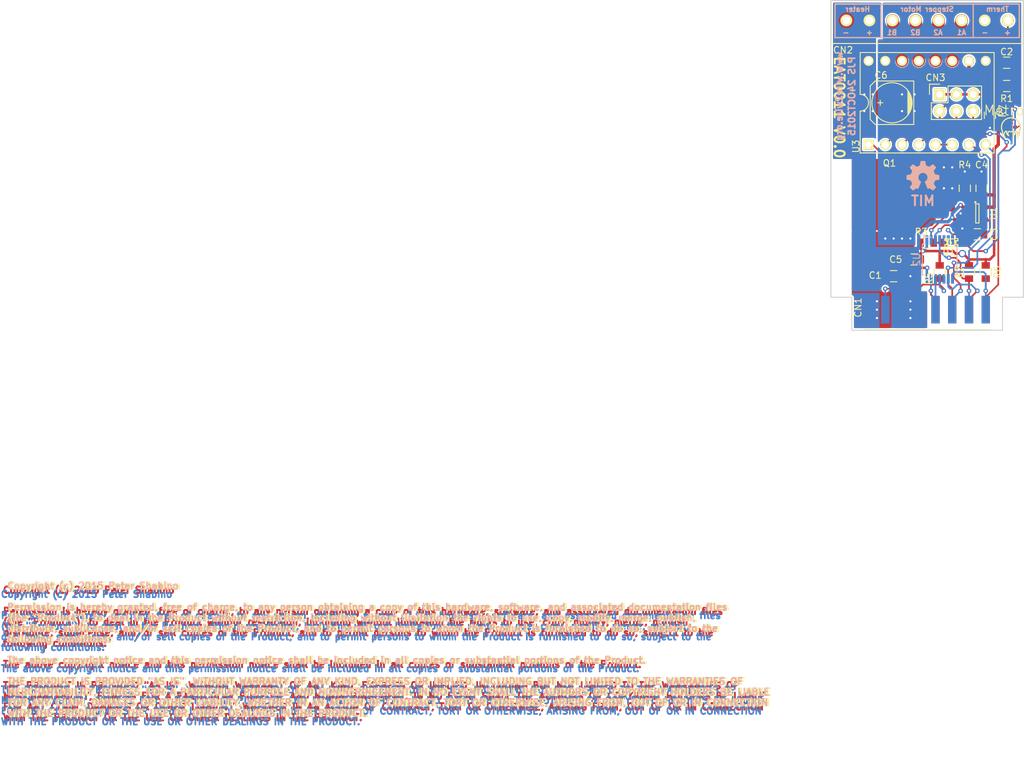
<source format=kicad_pcb>
(kicad_pcb (version 4) (host pcbnew "(2015-03-06 BZR 5484)-product")

  (general
    (links 67)
    (no_connects 0)
    (area 14.1625 77.924999 172.022143 200.525)
    (thickness 1.6)
    (drawings 41)
    (tracks 329)
    (zones 0)
    (modules 23)
    (nets 30)
  )

  (page A4)
  (layers
    (0 F.Cu signal hide)
    (31 B.Cu signal)
    (32 B.Adhes user hide)
    (33 F.Adhes user hide)
    (34 B.Paste user hide)
    (35 F.Paste user hide)
    (36 B.SilkS user)
    (37 F.SilkS user hide)
    (38 B.Mask user hide)
    (39 F.Mask user hide)
    (40 Dwgs.User user)
    (41 Cmts.User user hide)
    (42 Eco1.User user hide)
    (43 Eco2.User user hide)
    (44 Edge.Cuts user)
    (45 Margin user hide)
    (46 B.CrtYd user)
    (47 F.CrtYd user hide)
    (48 B.Fab user hide)
    (49 F.Fab user hide)
  )

  (setup
    (last_trace_width 0.25)
    (user_trace_width 0.1778)
    (user_trace_width 0.254)
    (user_trace_width 0.3048)
    (user_trace_width 0.381)
    (user_trace_width 0.508)
    (user_trace_width 0.635)
    (user_trace_width 0.762)
    (user_trace_width 1.016)
    (user_trace_width 1.27)
    (user_trace_width 1.905)
    (user_trace_width 2.54)
    (trace_clearance 0.2)
    (zone_clearance 0.254)
    (zone_45_only no)
    (trace_min 0.1524)
    (segment_width 0.2)
    (edge_width 0.15)
    (via_size 0.6)
    (via_drill 0.4)
    (via_min_size 0.3302)
    (via_min_drill 0.3302)
    (user_via 0.6858 0.3302)
    (user_via 0.8636 0.508)
    (user_via 1.1176 0.762)
    (user_via 1.3716 1.016)
    (uvia_size 0.5842)
    (uvia_drill 0.3302)
    (uvias_allowed no)
    (uvia_min_size 0.508)
    (uvia_min_drill 0.127)
    (pcb_text_width 0.3)
    (pcb_text_size 1.5 1.5)
    (mod_edge_width 0.15)
    (mod_text_size 1.5 1.5)
    (mod_text_width 0.15)
    (pad_size 1.524 1.524)
    (pad_drill 1.016)
    (pad_to_mask_clearance 0.2)
    (aux_axis_origin 140.335 135.255)
    (grid_origin 140.335 135.255)
    (visible_elements 7FFEFD3F)
    (pcbplotparams
      (layerselection 0x010f0_80000001)
      (usegerberextensions false)
      (excludeedgelayer true)
      (linewidth 0.100000)
      (plotframeref false)
      (viasonmask true)
      (mode 1)
      (useauxorigin false)
      (hpglpennumber 1)
      (hpglpenspeed 20)
      (hpglpendiameter 15)
      (hpglpenoverlay 2)
      (psnegative false)
      (psa4output false)
      (plotreference true)
      (plotvalue false)
      (plotinvisibletext false)
      (padsonsilk false)
      (subtractmaskfromsilk true)
      (outputformat 1)
      (mirror false)
      (drillshape 0)
      (scaleselection 1)
      (outputdirectory gerber/))
  )

  (net 0 "")
  (net 1 +12V)
  (net 2 GND)
  (net 3 Therm)
  (net 4 "Net-(C3-Pad1)")
  (net 5 +5V)
  (net 6 A0)
  (net 7 SDA)
  (net 8 SCL)
  (net 9 DIR)
  (net 10 STEP)
  (net 11 AIN)
  (net 12 DOUT)
  (net 13 ENABLE#)
  (net 14 A1)
  (net 15 Fet_gate)
  (net 16 "Net-(U2-Pad5)")
  (net 17 "Net-(U2-Pad6)")
  (net 18 LED)
  (net 19 "Net-(D1-Pad1)")
  (net 20 "Net-(U2-Pad10)")
  (net 21 "Net-(CN3-Pad2)")
  (net 22 "Net-(CN3-Pad4)")
  (net 23 "Net-(CN3-Pad6)")
  (net 24 Hotend_gnd)
  (net 25 X1B)
  (net 26 X1A)
  (net 27 X2A)
  (net 28 X2B)
  (net 29 "Net-(U3-Pad5)")

  (net_class Default "This is the default net class."
    (clearance 0.2)
    (trace_width 0.25)
    (via_dia 0.6)
    (via_drill 0.4)
    (uvia_dia 0.5842)
    (uvia_drill 0.3302)
    (add_net +12V)
    (add_net +5V)
    (add_net A0)
    (add_net A1)
    (add_net AIN)
    (add_net DIR)
    (add_net DOUT)
    (add_net ENABLE#)
    (add_net Fet_gate)
    (add_net GND)
    (add_net Hotend_gnd)
    (add_net LED)
    (add_net "Net-(C3-Pad1)")
    (add_net "Net-(CN3-Pad2)")
    (add_net "Net-(CN3-Pad4)")
    (add_net "Net-(CN3-Pad6)")
    (add_net "Net-(D1-Pad1)")
    (add_net "Net-(U2-Pad10)")
    (add_net "Net-(U2-Pad5)")
    (add_net "Net-(U2-Pad6)")
    (add_net "Net-(U3-Pad5)")
    (add_net SCL)
    (add_net SDA)
    (add_net STEP)
    (add_net Therm)
    (add_net X1A)
    (add_net X1B)
    (add_net X2A)
    (add_net X2B)
  )

  (module PJS_smt_std:16pin_straddle_mount_100mil (layer F.Cu) (tedit 562D93F3) (tstamp 55BC465A)
    (at 154.94 132.08)
    (tags "connector pin header straddle mount")
    (path /55B56078)
    (fp_text reference CN1 (at -10.4775 -0.3175 90) (layer F.SilkS)
      (effects (font (size 1 1) (thickness 0.15)))
    )
    (fp_text value CONN_02X08 (at 0 -4.572) (layer F.Fab)
      (effects (font (size 1 1) (thickness 0.15)))
    )
    (fp_line (start -9.652 3.048) (end 9.652 3.048) (layer F.SilkS) (width 0.15))
    (pad 1 smd rect (at -8.89 0) (size 1.27 4.191) (layers F.Cu F.Paste F.Mask)
      (net 2 GND))
    (pad 2 smd rect (at -8.89 0) (size 1.27 4.191) (layers B.Cu B.Paste B.Mask)
      (net 2 GND))
    (pad 3 smd rect (at -6.35 0) (size 1.27 4.191) (layers F.Cu F.Paste F.Mask)
      (net 2 GND))
    (pad 4 smd rect (at -6.35 0) (size 1.27 4.191) (layers B.Cu B.Paste B.Mask)
      (net 6 A0))
    (pad 5 smd rect (at -3.81 0) (size 1.27 4.191) (layers F.Cu F.Paste F.Mask)
      (net 1 +12V))
    (pad 6 smd rect (at -3.81 0) (size 1.27 4.191) (layers B.Cu B.Paste B.Mask)
      (net 1 +12V) (zone_connect 2))
    (pad 7 smd rect (at -1.27 0) (size 1.27 4.191) (layers F.Cu F.Paste F.Mask)
      (net 1 +12V))
    (pad 8 smd rect (at -1.27 0) (size 1.27 4.191) (layers B.Cu B.Paste B.Mask)
      (net 1 +12V) (zone_connect 2))
    (pad 9 smd rect (at 1.27 0) (size 1.27 4.191) (layers F.Cu F.Paste F.Mask)
      (net 7 SDA))
    (pad 10 smd rect (at 1.27 0) (size 1.27 4.191) (layers B.Cu B.Paste B.Mask)
      (net 8 SCL))
    (pad 11 smd rect (at 3.81 0) (size 1.27 4.191) (layers F.Cu F.Paste F.Mask)
      (net 9 DIR))
    (pad 12 smd rect (at 3.81 0) (size 1.27 4.191) (layers B.Cu B.Paste B.Mask)
      (net 10 STEP))
    (pad 13 smd rect (at 6.35 0) (size 1.27 4.191) (layers F.Cu F.Paste F.Mask)
      (net 11 AIN))
    (pad 14 smd rect (at 6.35 0) (size 1.27 4.191) (layers B.Cu B.Paste B.Mask)
      (net 12 DOUT))
    (pad 15 smd rect (at 8.89 0) (size 1.27 4.191) (layers F.Cu F.Paste F.Mask)
      (net 13 ENABLE#))
    (pad 16 smd rect (at 8.89 0) (size 1.27 4.191) (layers B.Cu B.Paste B.Mask)
      (net 14 A1))
  )

  (module Capacitors_SMD:C_0805 (layer F.Cu) (tedit 562B1E79) (tstamp 5615CC67)
    (at 149.86 127 180)
    (descr "Capacitor SMD 0805, reflow soldering, AVX (see smccp.pdf)")
    (tags "capacitor 0805")
    (path /55BC3904)
    (zone_connect 1)
    (attr smd)
    (fp_text reference C1 (at 2.794 0.127 180) (layer F.SilkS)
      (effects (font (size 1 1) (thickness 0.15)))
    )
    (fp_text value 10uF (at 0 2.1 180) (layer F.Fab)
      (effects (font (size 1 1) (thickness 0.15)))
    )
    (fp_line (start -1.8 -1) (end 1.8 -1) (layer F.CrtYd) (width 0.05))
    (fp_line (start -1.8 1) (end 1.8 1) (layer F.CrtYd) (width 0.05))
    (fp_line (start -1.8 -1) (end -1.8 1) (layer F.CrtYd) (width 0.05))
    (fp_line (start 1.8 -1) (end 1.8 1) (layer F.CrtYd) (width 0.05))
    (fp_line (start 0.5 -0.85) (end -0.5 -0.85) (layer F.SilkS) (width 0.15))
    (fp_line (start -0.5 0.85) (end 0.5 0.85) (layer F.SilkS) (width 0.15))
    (pad 1 smd rect (at -1 0 180) (size 1 1.25) (layers F.Cu F.Paste F.Mask)
      (net 1 +12V) (zone_connect 1))
    (pad 2 smd rect (at 1 0 180) (size 1 1.25) (layers F.Cu F.Paste F.Mask)
      (net 2 GND) (zone_connect 1))
    (model Capacitors_SMD.3dshapes/C_0805.wrl
      (at (xyz 0 0 0))
      (scale (xyz 1 1 1))
      (rotate (xyz 0 0 0))
    )
  )

  (module Capacitors_SMD:C_0805 (layer F.Cu) (tedit 562B1F1F) (tstamp 56146B96)
    (at 167.005 94.615 180)
    (descr "Capacitor SMD 0805, reflow soldering, AVX (see smccp.pdf)")
    (tags "capacitor 0805")
    (path /55B59A08)
    (attr smd)
    (fp_text reference C2 (at 0 1.651 180) (layer F.SilkS)
      (effects (font (size 1 1) (thickness 0.15)))
    )
    (fp_text value 10uF (at 0 2.1 180) (layer F.Fab)
      (effects (font (size 1 1) (thickness 0.15)))
    )
    (fp_line (start -1.8 -1) (end 1.8 -1) (layer F.CrtYd) (width 0.05))
    (fp_line (start -1.8 1) (end 1.8 1) (layer F.CrtYd) (width 0.05))
    (fp_line (start -1.8 -1) (end -1.8 1) (layer F.CrtYd) (width 0.05))
    (fp_line (start 1.8 -1) (end 1.8 1) (layer F.CrtYd) (width 0.05))
    (fp_line (start 0.5 -0.85) (end -0.5 -0.85) (layer F.SilkS) (width 0.15))
    (fp_line (start -0.5 0.85) (end 0.5 0.85) (layer F.SilkS) (width 0.15))
    (pad 1 smd rect (at -1 0 180) (size 1 1.25) (layers F.Cu F.Paste F.Mask)
      (net 3 Therm))
    (pad 2 smd rect (at 1 0 180) (size 1 1.25) (layers F.Cu F.Paste F.Mask)
      (net 2 GND))
    (model Capacitors_SMD.3dshapes/C_0805.wrl
      (at (xyz 0 0 0))
      (scale (xyz 1 1 1))
      (rotate (xyz 0 0 0))
    )
  )

  (module Capacitors_SMD:C_0805 (layer F.Cu) (tedit 561470AA) (tstamp 55BC463A)
    (at 162.56 120.65 180)
    (descr "Capacitor SMD 0805, reflow soldering, AVX (see smccp.pdf)")
    (tags "capacitor 0805")
    (path /55B5703E)
    (attr smd)
    (fp_text reference C3 (at -2.54 0 270) (layer F.SilkS)
      (effects (font (size 1 1) (thickness 0.15)))
    )
    (fp_text value no_pop (at 0 2.1 180) (layer F.Fab)
      (effects (font (size 1 1) (thickness 0.15)))
    )
    (fp_line (start -1.8 -1) (end 1.8 -1) (layer F.CrtYd) (width 0.05))
    (fp_line (start -1.8 1) (end 1.8 1) (layer F.CrtYd) (width 0.05))
    (fp_line (start -1.8 -1) (end -1.8 1) (layer F.CrtYd) (width 0.05))
    (fp_line (start 1.8 -1) (end 1.8 1) (layer F.CrtYd) (width 0.05))
    (fp_line (start 0.5 -0.85) (end -0.5 -0.85) (layer F.SilkS) (width 0.15))
    (fp_line (start -0.5 0.85) (end 0.5 0.85) (layer F.SilkS) (width 0.15))
    (pad 1 smd rect (at -1 0 180) (size 1 1.25) (layers F.Cu F.Paste F.Mask)
      (net 4 "Net-(C3-Pad1)"))
    (pad 2 smd rect (at 1 0 180) (size 1 1.25) (layers F.Cu F.Paste F.Mask)
      (net 2 GND))
    (model Capacitors_SMD.3dshapes/C_0805.wrl
      (at (xyz 0 0 0))
      (scale (xyz 1 1 1))
      (rotate (xyz 0 0 0))
    )
  )

  (module Capacitors_SMD:C_0805 (layer F.Cu) (tedit 562B1E57) (tstamp 5615CFCA)
    (at 163.195 113.665 90)
    (descr "Capacitor SMD 0805, reflow soldering, AVX (see smccp.pdf)")
    (tags "capacitor 0805")
    (path /55B57221)
    (zone_connect 1)
    (attr smd)
    (fp_text reference C4 (at 3.556 0 180) (layer F.SilkS)
      (effects (font (size 1 1) (thickness 0.15)))
    )
    (fp_text value "1uF 10V" (at 0 2.1 90) (layer F.Fab)
      (effects (font (size 1 1) (thickness 0.15)))
    )
    (fp_line (start -1.8 -1) (end 1.8 -1) (layer F.CrtYd) (width 0.05))
    (fp_line (start -1.8 1) (end 1.8 1) (layer F.CrtYd) (width 0.05))
    (fp_line (start -1.8 -1) (end -1.8 1) (layer F.CrtYd) (width 0.05))
    (fp_line (start 1.8 -1) (end 1.8 1) (layer F.CrtYd) (width 0.05))
    (fp_line (start 0.5 -0.85) (end -0.5 -0.85) (layer F.SilkS) (width 0.15))
    (fp_line (start -0.5 0.85) (end 0.5 0.85) (layer F.SilkS) (width 0.15))
    (pad 1 smd rect (at -1 0 90) (size 1 1.25) (layers F.Cu F.Paste F.Mask)
      (net 5 +5V) (zone_connect 1))
    (pad 2 smd rect (at 1 0 90) (size 1 1.25) (layers F.Cu F.Paste F.Mask)
      (net 2 GND) (zone_connect 1))
    (model Capacitors_SMD.3dshapes/C_0805.wrl
      (at (xyz 0 0 0))
      (scale (xyz 1 1 1))
      (rotate (xyz 0 0 0))
    )
  )

  (module Capacitors_SMD:C_0805 (layer F.Cu) (tedit 562B1E76) (tstamp 55BC4646)
    (at 152.9715 124.46 180)
    (descr "Capacitor SMD 0805, reflow soldering, AVX (see smccp.pdf)")
    (tags "capacitor 0805")
    (path /55B58585)
    (attr smd)
    (fp_text reference C5 (at 2.794 0 360) (layer F.SilkS)
      (effects (font (size 1 1) (thickness 0.15)))
    )
    (fp_text value 0.1uF (at 0 2.1 180) (layer F.Fab)
      (effects (font (size 1 1) (thickness 0.15)))
    )
    (fp_line (start -1.8 -1) (end 1.8 -1) (layer F.CrtYd) (width 0.05))
    (fp_line (start -1.8 1) (end 1.8 1) (layer F.CrtYd) (width 0.05))
    (fp_line (start -1.8 -1) (end -1.8 1) (layer F.CrtYd) (width 0.05))
    (fp_line (start 1.8 -1) (end 1.8 1) (layer F.CrtYd) (width 0.05))
    (fp_line (start 0.5 -0.85) (end -0.5 -0.85) (layer F.SilkS) (width 0.15))
    (fp_line (start -0.5 0.85) (end 0.5 0.85) (layer F.SilkS) (width 0.15))
    (pad 1 smd rect (at -1 0 180) (size 1 1.25) (layers F.Cu F.Paste F.Mask)
      (net 5 +5V))
    (pad 2 smd rect (at 1 0 180) (size 1 1.25) (layers F.Cu F.Paste F.Mask)
      (net 2 GND))
    (model Capacitors_SMD.3dshapes/C_0805.wrl
      (at (xyz 0 0 0))
      (scale (xyz 1 1 1))
      (rotate (xyz 0 0 0))
    )
  )

  (module LEDs:LED-0805 (layer F.Cu) (tedit 562B1E8B) (tstamp 55BC4673)
    (at 158.623 121.92)
    (descr "LED 0805 smd package")
    (tags "LED 0805 SMD")
    (path /55BC27A4)
    (attr smd)
    (fp_text reference D1 (at -0.381 1.397) (layer F.SilkS)
      (effects (font (size 1 1) (thickness 0.15)))
    )
    (fp_text value Red (at 0 1.27) (layer F.Fab)
      (effects (font (size 1 1) (thickness 0.15)))
    )
    (fp_line (start -0.49784 0.29972) (end -0.49784 0.62484) (layer F.SilkS) (width 0.15))
    (fp_line (start -0.49784 0.62484) (end -0.99822 0.62484) (layer F.SilkS) (width 0.15))
    (fp_line (start -0.99822 0.29972) (end -0.99822 0.62484) (layer F.SilkS) (width 0.15))
    (fp_line (start -0.49784 0.29972) (end -0.99822 0.29972) (layer F.SilkS) (width 0.15))
    (fp_line (start -0.49784 -0.32258) (end -0.49784 -0.17272) (layer F.SilkS) (width 0.15))
    (fp_line (start -0.49784 -0.17272) (end -0.7493 -0.17272) (layer F.SilkS) (width 0.15))
    (fp_line (start -0.7493 -0.32258) (end -0.7493 -0.17272) (layer F.SilkS) (width 0.15))
    (fp_line (start -0.49784 -0.32258) (end -0.7493 -0.32258) (layer F.SilkS) (width 0.15))
    (fp_line (start -0.49784 0.17272) (end -0.49784 0.32258) (layer F.SilkS) (width 0.15))
    (fp_line (start -0.49784 0.32258) (end -0.7493 0.32258) (layer F.SilkS) (width 0.15))
    (fp_line (start -0.7493 0.17272) (end -0.7493 0.32258) (layer F.SilkS) (width 0.15))
    (fp_line (start -0.49784 0.17272) (end -0.7493 0.17272) (layer F.SilkS) (width 0.15))
    (fp_line (start -0.49784 -0.19812) (end -0.49784 0.19812) (layer F.SilkS) (width 0.15))
    (fp_line (start -0.49784 0.19812) (end -0.6731 0.19812) (layer F.SilkS) (width 0.15))
    (fp_line (start -0.6731 -0.19812) (end -0.6731 0.19812) (layer F.SilkS) (width 0.15))
    (fp_line (start -0.49784 -0.19812) (end -0.6731 -0.19812) (layer F.SilkS) (width 0.15))
    (fp_line (start 0.99822 0.29972) (end 0.99822 0.62484) (layer F.SilkS) (width 0.15))
    (fp_line (start 0.99822 0.62484) (end 0.49784 0.62484) (layer F.SilkS) (width 0.15))
    (fp_line (start 0.49784 0.29972) (end 0.49784 0.62484) (layer F.SilkS) (width 0.15))
    (fp_line (start 0.99822 0.29972) (end 0.49784 0.29972) (layer F.SilkS) (width 0.15))
    (fp_line (start 0.99822 -0.62484) (end 0.99822 -0.29972) (layer F.SilkS) (width 0.15))
    (fp_line (start 0.99822 -0.29972) (end 0.49784 -0.29972) (layer F.SilkS) (width 0.15))
    (fp_line (start 0.49784 -0.62484) (end 0.49784 -0.29972) (layer F.SilkS) (width 0.15))
    (fp_line (start 0.99822 -0.62484) (end 0.49784 -0.62484) (layer F.SilkS) (width 0.15))
    (fp_line (start 0.7493 0.17272) (end 0.7493 0.32258) (layer F.SilkS) (width 0.15))
    (fp_line (start 0.7493 0.32258) (end 0.49784 0.32258) (layer F.SilkS) (width 0.15))
    (fp_line (start 0.49784 0.17272) (end 0.49784 0.32258) (layer F.SilkS) (width 0.15))
    (fp_line (start 0.7493 0.17272) (end 0.49784 0.17272) (layer F.SilkS) (width 0.15))
    (fp_line (start 0.7493 -0.32258) (end 0.7493 -0.17272) (layer F.SilkS) (width 0.15))
    (fp_line (start 0.7493 -0.17272) (end 0.49784 -0.17272) (layer F.SilkS) (width 0.15))
    (fp_line (start 0.49784 -0.32258) (end 0.49784 -0.17272) (layer F.SilkS) (width 0.15))
    (fp_line (start 0.7493 -0.32258) (end 0.49784 -0.32258) (layer F.SilkS) (width 0.15))
    (fp_line (start 0.6731 -0.19812) (end 0.6731 0.19812) (layer F.SilkS) (width 0.15))
    (fp_line (start 0.6731 0.19812) (end 0.49784 0.19812) (layer F.SilkS) (width 0.15))
    (fp_line (start 0.49784 -0.19812) (end 0.49784 0.19812) (layer F.SilkS) (width 0.15))
    (fp_line (start 0.6731 -0.19812) (end 0.49784 -0.19812) (layer F.SilkS) (width 0.15))
    (fp_line (start 0 -0.09906) (end 0 0.09906) (layer F.SilkS) (width 0.15))
    (fp_line (start 0 0.09906) (end -0.19812 0.09906) (layer F.SilkS) (width 0.15))
    (fp_line (start -0.19812 -0.09906) (end -0.19812 0.09906) (layer F.SilkS) (width 0.15))
    (fp_line (start 0 -0.09906) (end -0.19812 -0.09906) (layer F.SilkS) (width 0.15))
    (fp_line (start -0.49784 -0.59944) (end -0.49784 -0.29972) (layer F.SilkS) (width 0.15))
    (fp_line (start -0.49784 -0.29972) (end -0.79756 -0.29972) (layer F.SilkS) (width 0.15))
    (fp_line (start -0.79756 -0.59944) (end -0.79756 -0.29972) (layer F.SilkS) (width 0.15))
    (fp_line (start -0.49784 -0.59944) (end -0.79756 -0.59944) (layer F.SilkS) (width 0.15))
    (fp_line (start -0.92456 -0.62484) (end -0.92456 -0.39878) (layer F.SilkS) (width 0.15))
    (fp_line (start -0.92456 -0.39878) (end -0.99822 -0.39878) (layer F.SilkS) (width 0.15))
    (fp_line (start -0.99822 -0.62484) (end -0.99822 -0.39878) (layer F.SilkS) (width 0.15))
    (fp_line (start -0.92456 -0.62484) (end -0.99822 -0.62484) (layer F.SilkS) (width 0.15))
    (fp_line (start -0.52324 0.57404) (end 0.52324 0.57404) (layer F.SilkS) (width 0.15))
    (fp_line (start 0.49784 -0.57404) (end -0.92456 -0.57404) (layer F.SilkS) (width 0.15))
    (fp_circle (center -0.84836 -0.44958) (end -0.89916 -0.50038) (layer F.SilkS) (width 0.15))
    (fp_arc (start -0.99822 0) (end -0.99822 0.34798) (angle -180) (layer F.SilkS) (width 0.15))
    (fp_arc (start 0.99822 0) (end 0.99822 -0.34798) (angle -180) (layer F.SilkS) (width 0.15))
    (pad 2 smd rect (at 1.04902 0 180) (size 1.19888 1.19888) (layers F.Cu F.Paste F.Mask)
      (net 18 LED))
    (pad 1 smd rect (at -1.04902 0 180) (size 1.19888 1.19888) (layers F.Cu F.Paste F.Mask)
      (net 19 "Net-(D1-Pad1)"))
  )

  (module PJS-icons:metroid (layer F.Cu) (tedit 56147286) (tstamp 561472EE)
    (at 167.64 104.394)
    (path /55BC211C)
    (fp_text reference icon1 (at -9.2075 1.27) (layer F.SilkS) hide
      (effects (font (size 1.5 1.5) (thickness 0.15)))
    )
    (fp_text value Metroid (at 0 -2.54) (layer F.SilkS)
      (effects (font (size 1.5 1.5) (thickness 0.15)))
    )
    (fp_arc (start 1.260669 0.027866) (end 1.1176 -0.0762) (angle 82.9) (layer F.Cu) (width 0.1778))
    (fp_arc (start 0.839684 -0.269991) (end 1.1176 -0.0762) (angle 92.3) (layer F.Cu) (width 0.1778))
    (fp_arc (start 0 0) (end -1.27 0.635) (angle 233.1) (layer F.Cu) (width 0.1778))
    (fp_arc (start 0.038519 0.727991) (end -1.27 0.635) (angle -45) (layer F.Cu) (width 0.1778))
    (fp_arc (start -0.47625 1.11125) (end -0.79375 0.635) (angle -90) (layer F.Cu) (width 0.1778))
    (fp_line (start -0.9525 1.5875) (end -0.9525 1.42875) (layer F.Cu) (width 0.1778))
    (fp_line (start -0.79375 0.635) (end -0.635 0.635) (layer F.Cu) (width 0.1778))
    (fp_arc (start -0.15748 0.79375) (end -0.635 0.635) (angle -90) (layer F.Cu) (width 0.1778))
    (fp_arc (start 0 0.9525) (end -0.3175 0.635) (angle -90) (layer F.Cu) (width 0.1778))
    (fp_arc (start 0 -0.317497) (end 0.3175 0.635) (angle 36.9) (layer F.Cu) (width 0.1778))
    (fp_arc (start 0 0.9525) (end 0.3175 0.635) (angle 90) (layer F.Cu) (width 0.1778))
    (fp_arc (start 0.15748 0.79375) (end 0.635 0.635) (angle 90) (layer F.Cu) (width 0.1778))
    (fp_line (start 0.79375 0.635) (end 0.635 0.635) (layer F.Cu) (width 0.1778))
    (fp_line (start 0.9525 1.5875) (end 0.9525 1.42875) (layer F.Cu) (width 0.1778))
    (fp_arc (start 0.47625 1.11125) (end 0.79375 0.635) (angle 90) (layer F.Cu) (width 0.1778))
    (fp_arc (start -0.038519 0.727991) (end 1.27 0.635) (angle 45) (layer F.Cu) (width 0.1778))
    (fp_arc (start -0.038519 0.727991) (end 1.27 0.635) (angle 45) (layer F.SilkS) (width 0.1778))
    (fp_arc (start 0.47625 1.11125) (end 0.79375 0.635) (angle 90) (layer F.SilkS) (width 0.1778))
    (fp_line (start 0.9525 1.5875) (end 0.9525 1.42875) (layer F.SilkS) (width 0.1778))
    (fp_line (start 0.79375 0.635) (end 0.635 0.635) (layer F.SilkS) (width 0.1778))
    (fp_arc (start 0.15748 0.79375) (end 0.635 0.635) (angle 90) (layer F.SilkS) (width 0.1778))
    (fp_arc (start 0 0.9525) (end 0.3175 0.635) (angle 90) (layer F.SilkS) (width 0.1778))
    (fp_arc (start 0 -0.317497) (end 0.3175 0.635) (angle 36.9) (layer F.SilkS) (width 0.1778))
    (fp_arc (start 0 0.9525) (end -0.3175 0.635) (angle -90) (layer F.SilkS) (width 0.1778))
    (fp_arc (start -0.15748 0.79375) (end -0.635 0.635) (angle -90) (layer F.SilkS) (width 0.1778))
    (fp_line (start -0.79375 0.635) (end -0.635 0.635) (layer F.SilkS) (width 0.1778))
    (fp_line (start -0.9525 1.5875) (end -0.9525 1.42875) (layer F.SilkS) (width 0.1778))
    (fp_arc (start -0.47625 1.11125) (end -0.79375 0.635) (angle -90) (layer F.SilkS) (width 0.1778))
    (fp_arc (start 0.038519 0.727991) (end -1.27 0.635) (angle -45) (layer F.SilkS) (width 0.1778))
    (fp_arc (start 0.254 -1.3208) (end 0.508 -1.3208) (angle 90) (layer F.Cu) (width 0.1778))
    (fp_arc (start 0.2286 -0.8382) (end 0 -0.8636) (angle 90) (layer F.Cu) (width 0.1778))
    (fp_arc (start -1.1684 0.0254) (end -1.27 -0.4064) (angle 90) (layer F.Cu) (width 0.1778))
    (fp_arc (start 0 0) (end -1.27 0.635) (angle 233.1) (layer F.SilkS) (width 0.1778))
    (pad "" smd circle (at -0.635 0) (size 0.635 0.635) (layers F.Cu F.Paste F.Mask))
    (pad "" smd circle (at 0.635 0) (size 0.635 0.635) (layers F.Cu F.Paste F.Mask))
    (pad "" smd circle (at 0 -0.635) (size 0.635 0.635) (layers F.Cu F.Paste F.Mask))
  )

  (module Capacitors_SMD:C_0805 (layer F.Cu) (tedit 562B1F5C) (tstamp 5615CFD7)
    (at 167.005 98.1475)
    (descr "Capacitor SMD 0805, reflow soldering, AVX (see smccp.pdf)")
    (tags "capacitor 0805")
    (path /55B5995C)
    (attr smd)
    (fp_text reference R1 (at 0 1.905) (layer F.SilkS)
      (effects (font (size 1 1) (thickness 0.15)))
    )
    (fp_text value "4.7k 1%" (at 0 2.1) (layer F.Fab)
      (effects (font (size 1 1) (thickness 0.15)))
    )
    (fp_line (start -1.8 -1) (end 1.8 -1) (layer F.CrtYd) (width 0.05))
    (fp_line (start -1.8 1) (end 1.8 1) (layer F.CrtYd) (width 0.05))
    (fp_line (start -1.8 -1) (end -1.8 1) (layer F.CrtYd) (width 0.05))
    (fp_line (start 1.8 -1) (end 1.8 1) (layer F.CrtYd) (width 0.05))
    (fp_line (start 0.5 -0.85) (end -0.5 -0.85) (layer F.SilkS) (width 0.15))
    (fp_line (start -0.5 0.85) (end 0.5 0.85) (layer F.SilkS) (width 0.15))
    (pad 1 smd rect (at -1 0) (size 1 1.25) (layers F.Cu F.Paste F.Mask)
      (net 5 +5V))
    (pad 2 smd rect (at 1 0) (size 1 1.25) (layers F.Cu F.Paste F.Mask)
      (net 3 Therm))
    (model Capacitors_SMD.3dshapes/C_0805.wrl
      (at (xyz 0 0 0))
      (scale (xyz 1 1 1))
      (rotate (xyz 0 0 0))
    )
  )

  (module Capacitors_SMD:C_0805 (layer F.Cu) (tedit 562B1E6F) (tstamp 55BD9074)
    (at 154.94 121.92)
    (descr "Capacitor SMD 0805, reflow soldering, AVX (see smccp.pdf)")
    (tags "capacitor 0805")
    (path /55BC2814)
    (attr smd)
    (fp_text reference R3 (at -0.889 -1.651) (layer F.SilkS)
      (effects (font (size 1 1) (thickness 0.15)))
    )
    (fp_text value 1k (at 0 2.1) (layer F.Fab)
      (effects (font (size 1 1) (thickness 0.15)))
    )
    (fp_line (start -1.8 -1) (end 1.8 -1) (layer F.CrtYd) (width 0.05))
    (fp_line (start -1.8 1) (end 1.8 1) (layer F.CrtYd) (width 0.05))
    (fp_line (start -1.8 -1) (end -1.8 1) (layer F.CrtYd) (width 0.05))
    (fp_line (start 1.8 -1) (end 1.8 1) (layer F.CrtYd) (width 0.05))
    (fp_line (start 0.5 -0.85) (end -0.5 -0.85) (layer F.SilkS) (width 0.15))
    (fp_line (start -0.5 0.85) (end 0.5 0.85) (layer F.SilkS) (width 0.15))
    (pad 1 smd rect (at -1 0) (size 1 1.25) (layers F.Cu F.Paste F.Mask)
      (net 5 +5V))
    (pad 2 smd rect (at 1 0) (size 1 1.25) (layers F.Cu F.Paste F.Mask)
      (net 19 "Net-(D1-Pad1)"))
    (model Capacitors_SMD.3dshapes/C_0805.wrl
      (at (xyz 0 0 0))
      (scale (xyz 1 1 1))
      (rotate (xyz 0 0 0))
    )
  )

  (module Capacitors_SMD:C_0805 (layer F.Cu) (tedit 562B1E52) (tstamp 55BC469F)
    (at 160.655 113.665 90)
    (descr "Capacitor SMD 0805, reflow soldering, AVX (see smccp.pdf)")
    (tags "capacitor 0805")
    (path /55BC2447)
    (zone_connect 1)
    (attr smd)
    (fp_text reference R4 (at 3.556 0 360) (layer F.SilkS)
      (effects (font (size 1 1) (thickness 0.15)))
    )
    (fp_text value 10k (at 0 2.1 90) (layer F.Fab)
      (effects (font (size 1 1) (thickness 0.15)))
    )
    (fp_line (start -1.8 -1) (end 1.8 -1) (layer F.CrtYd) (width 0.05))
    (fp_line (start -1.8 1) (end 1.8 1) (layer F.CrtYd) (width 0.05))
    (fp_line (start -1.8 -1) (end -1.8 1) (layer F.CrtYd) (width 0.05))
    (fp_line (start 1.8 -1) (end 1.8 1) (layer F.CrtYd) (width 0.05))
    (fp_line (start 0.5 -0.85) (end -0.5 -0.85) (layer F.SilkS) (width 0.15))
    (fp_line (start -0.5 0.85) (end 0.5 0.85) (layer F.SilkS) (width 0.15))
    (pad 1 smd rect (at -1 0 90) (size 1 1.25) (layers F.Cu F.Paste F.Mask)
      (net 15 Fet_gate) (zone_connect 1))
    (pad 2 smd rect (at 1 0 90) (size 1 1.25) (layers F.Cu F.Paste F.Mask)
      (net 2 GND) (zone_connect 1))
    (model Capacitors_SMD.3dshapes/C_0805.wrl
      (at (xyz 0 0 0))
      (scale (xyz 1 1 1))
      (rotate (xyz 0 0 0))
    )
  )

  (module Housings_SOT-23_SOT-143_TSOT-6:SOT-23-5 (layer F.Cu) (tedit 562B1E5F) (tstamp 55BC46B4)
    (at 162.56 117.475)
    (descr "5-pin SOT23 package")
    (tags SOT-23-5)
    (path /55B56ECB)
    (attr smd)
    (fp_text reference U1 (at 2.54 0 90) (layer F.SilkS)
      (effects (font (size 1 1) (thickness 0.15)))
    )
    (fp_text value MIC5205-5.0MB5 (at -0.05 2.35) (layer F.Fab)
      (effects (font (size 1 1) (thickness 0.15)))
    )
    (fp_line (start -1.8 -1.6) (end 1.8 -1.6) (layer F.CrtYd) (width 0.05))
    (fp_line (start 1.8 -1.6) (end 1.8 1.6) (layer F.CrtYd) (width 0.05))
    (fp_line (start 1.8 1.6) (end -1.8 1.6) (layer F.CrtYd) (width 0.05))
    (fp_line (start -1.8 1.6) (end -1.8 -1.6) (layer F.CrtYd) (width 0.05))
    (fp_circle (center -0.3 -1.7) (end -0.2 -1.7) (layer F.SilkS) (width 0.15))
    (fp_line (start 0.25 -1.45) (end -0.25 -1.45) (layer F.SilkS) (width 0.15))
    (fp_line (start 0.25 1.45) (end 0.25 -1.45) (layer F.SilkS) (width 0.15))
    (fp_line (start -0.25 1.45) (end 0.25 1.45) (layer F.SilkS) (width 0.15))
    (fp_line (start -0.25 -1.45) (end -0.25 1.45) (layer F.SilkS) (width 0.15))
    (pad 1 smd rect (at -1.1 -0.95) (size 1.06 0.65) (layers F.Cu F.Paste F.Mask)
      (net 1 +12V))
    (pad 2 smd rect (at -1.1 0) (size 1.06 0.65) (layers F.Cu F.Paste F.Mask)
      (net 2 GND))
    (pad 3 smd rect (at -1.1 0.95) (size 1.06 0.65) (layers F.Cu F.Paste F.Mask)
      (net 1 +12V))
    (pad 4 smd rect (at 1.1 0.95) (size 1.06 0.65) (layers F.Cu F.Paste F.Mask)
      (net 4 "Net-(C3-Pad1)"))
    (pad 5 smd rect (at 1.1 -0.95) (size 1.06 0.65) (layers F.Cu F.Paste F.Mask)
      (net 5 +5V))
    (model Housings_SOT-23_SOT-143_TSOT-6.3dshapes/SOT-23-5.wrl
      (at (xyz 0 0 0))
      (scale (xyz 0.11 0.11 0.11))
      (rotate (xyz 0 0 90))
    )
  )

  (module Housings_SSOP:TSSOP-14_4.4x5mm_Pitch0.65mm (layer B.Cu) (tedit 561472D7) (tstamp 55BC83F8)
    (at 156.845 124.46 270)
    (descr "14-Lead Plastic Thin Shrink Small Outline (ST)-4.4 mm Body [TSSOP] (see Microchip Packaging Specification 00000049BS.pdf)")
    (tags "SSOP 0.65")
    (path /55B5780B)
    (attr smd)
    (fp_text reference U2 (at 0 3.4925 270) (layer B.SilkS)
      (effects (font (size 1 1) (thickness 0.15)) (justify mirror))
    )
    (fp_text value PIC16F1704 (at 0 -3.55 270) (layer B.Fab)
      (effects (font (size 1 1) (thickness 0.15)) (justify mirror))
    )
    (fp_line (start -3.95 2.8) (end -3.95 -2.8) (layer B.CrtYd) (width 0.05))
    (fp_line (start 3.95 2.8) (end 3.95 -2.8) (layer B.CrtYd) (width 0.05))
    (fp_line (start -3.95 2.8) (end 3.95 2.8) (layer B.CrtYd) (width 0.05))
    (fp_line (start -3.95 -2.8) (end 3.95 -2.8) (layer B.CrtYd) (width 0.05))
    (fp_line (start -2.325 2.625) (end -2.325 2.4) (layer B.SilkS) (width 0.15))
    (fp_line (start 2.325 2.625) (end 2.325 2.4) (layer B.SilkS) (width 0.15))
    (fp_line (start 2.325 -2.625) (end 2.325 -2.4) (layer B.SilkS) (width 0.15))
    (fp_line (start -2.325 -2.625) (end -2.325 -2.4) (layer B.SilkS) (width 0.15))
    (fp_line (start -2.325 2.625) (end 2.325 2.625) (layer B.SilkS) (width 0.15))
    (fp_line (start -2.325 -2.625) (end 2.325 -2.625) (layer B.SilkS) (width 0.15))
    (fp_line (start -2.325 2.4) (end -3.675 2.4) (layer B.SilkS) (width 0.15))
    (pad 1 smd rect (at -2.95 1.95 270) (size 1.45 0.45) (layers B.Cu B.Paste B.Mask)
      (net 5 +5V))
    (pad 2 smd rect (at -2.95 1.3 270) (size 1.45 0.45) (layers B.Cu B.Paste B.Mask)
      (net 15 Fet_gate))
    (pad 3 smd rect (at -2.95 0.65 270) (size 1.45 0.45) (layers B.Cu B.Paste B.Mask)
      (net 3 Therm))
    (pad 4 smd rect (at -2.95 0 270) (size 1.45 0.45) (layers B.Cu B.Paste B.Mask)
      (net 12 DOUT))
    (pad 5 smd rect (at -2.95 -0.65 270) (size 1.45 0.45) (layers B.Cu B.Paste B.Mask)
      (net 16 "Net-(U2-Pad5)"))
    (pad 6 smd rect (at -2.95 -1.3 270) (size 1.45 0.45) (layers B.Cu B.Paste B.Mask)
      (net 17 "Net-(U2-Pad6)"))
    (pad 7 smd rect (at -2.95 -1.95 270) (size 1.45 0.45) (layers B.Cu B.Paste B.Mask)
      (net 18 LED))
    (pad 8 smd rect (at 2.95 -1.95 270) (size 1.45 0.45) (layers B.Cu B.Paste B.Mask)
      (net 14 A1))
    (pad 9 smd rect (at 2.95 -1.3 270) (size 1.45 0.45) (layers B.Cu B.Paste B.Mask)
      (net 11 AIN))
    (pad 10 smd rect (at 2.95 -0.65 270) (size 1.45 0.45) (layers B.Cu B.Paste B.Mask)
      (net 20 "Net-(U2-Pad10)"))
    (pad 11 smd rect (at 2.95 0 270) (size 1.45 0.45) (layers B.Cu B.Paste B.Mask)
      (net 6 A0))
    (pad 12 smd rect (at 2.95 0.65 270) (size 1.45 0.45) (layers B.Cu B.Paste B.Mask)
      (net 8 SCL))
    (pad 13 smd rect (at 2.95 1.3 270) (size 1.45 0.45) (layers B.Cu B.Paste B.Mask)
      (net 7 SDA))
    (pad 14 smd rect (at 2.95 1.95 270) (size 1.45 0.45) (layers B.Cu B.Paste B.Mask)
      (net 2 GND))
    (model Housings_SSOP.3dshapes/TSSOP-14_4.4x5mm_Pitch0.65mm.wrl
      (at (xyz 0 0 0))
      (scale (xyz 1 1 1))
      (rotate (xyz 0 0 0))
    )
  )

  (module Capacitors_SMD:C_0805 (layer F.Cu) (tedit 561470E1) (tstamp 55BD88AC)
    (at 161.29 126.365 270)
    (descr "Capacitor SMD 0805, reflow soldering, AVX (see smccp.pdf)")
    (tags "capacitor 0805")
    (path /55B57E1F)
    (attr smd)
    (fp_text reference R2 (at 0 1.5875 270) (layer F.SilkS)
      (effects (font (size 1 1) (thickness 0.15)))
    )
    (fp_text value no_pop (at 0 2.1 270) (layer F.Fab)
      (effects (font (size 1 1) (thickness 0.15)))
    )
    (fp_line (start -1.8 -1) (end 1.8 -1) (layer F.CrtYd) (width 0.05))
    (fp_line (start -1.8 1) (end 1.8 1) (layer F.CrtYd) (width 0.05))
    (fp_line (start -1.8 -1) (end -1.8 1) (layer F.CrtYd) (width 0.05))
    (fp_line (start 1.8 -1) (end 1.8 1) (layer F.CrtYd) (width 0.05))
    (fp_line (start 0.5 -0.85) (end -0.5 -0.85) (layer F.SilkS) (width 0.15))
    (fp_line (start -0.5 0.85) (end 0.5 0.85) (layer F.SilkS) (width 0.15))
    (pad 1 smd rect (at -1 0 270) (size 1 1.25) (layers F.Cu F.Paste F.Mask)
      (net 5 +5V))
    (pad 2 smd rect (at 1 0 270) (size 1 1.25) (layers F.Cu F.Paste F.Mask)
      (net 12 DOUT))
    (model Capacitors_SMD.3dshapes/C_0805.wrl
      (at (xyz 0 0 0))
      (scale (xyz 1 1 1))
      (rotate (xyz 0 0 0))
    )
  )

  (module Capacitors_SMD:C_0805 (layer F.Cu) (tedit 562B1E7B) (tstamp 55BD852C)
    (at 156.845 126.365 270)
    (descr "Capacitor SMD 0805, reflow soldering, AVX (see smccp.pdf)")
    (tags "capacitor 0805")
    (path /55BC857F)
    (attr smd)
    (fp_text reference R5 (at 1.016 1.651 270) (layer F.SilkS)
      (effects (font (size 1 1) (thickness 0.15)))
    )
    (fp_text value 10k (at 0 2.1 270) (layer F.Fab)
      (effects (font (size 1 1) (thickness 0.15)))
    )
    (fp_line (start -1.8 -1) (end 1.8 -1) (layer F.CrtYd) (width 0.05))
    (fp_line (start -1.8 1) (end 1.8 1) (layer F.CrtYd) (width 0.05))
    (fp_line (start -1.8 -1) (end -1.8 1) (layer F.CrtYd) (width 0.05))
    (fp_line (start 1.8 -1) (end 1.8 1) (layer F.CrtYd) (width 0.05))
    (fp_line (start 0.5 -0.85) (end -0.5 -0.85) (layer F.SilkS) (width 0.15))
    (fp_line (start -0.5 0.85) (end 0.5 0.85) (layer F.SilkS) (width 0.15))
    (pad 1 smd rect (at -1 0 270) (size 1 1.25) (layers F.Cu F.Paste F.Mask)
      (net 5 +5V))
    (pad 2 smd rect (at 1 0 270) (size 1 1.25) (layers F.Cu F.Paste F.Mask)
      (net 6 A0))
    (model Capacitors_SMD.3dshapes/C_0805.wrl
      (at (xyz 0 0 0))
      (scale (xyz 1 1 1))
      (rotate (xyz 0 0 0))
    )
  )

  (module Capacitors_SMD:C_0805 (layer F.Cu) (tedit 562B1E83) (tstamp 55BD9081)
    (at 163.83 126.365 270)
    (descr "Capacitor SMD 0805, reflow soldering, AVX (see smccp.pdf)")
    (tags "capacitor 0805")
    (path /55BC8529)
    (attr smd)
    (fp_text reference R6 (at 0 -1.778 270) (layer F.SilkS)
      (effects (font (size 1 1) (thickness 0.15)))
    )
    (fp_text value 10k (at 0 2.1 270) (layer F.Fab)
      (effects (font (size 1 1) (thickness 0.15)))
    )
    (fp_line (start -1.8 -1) (end 1.8 -1) (layer F.CrtYd) (width 0.05))
    (fp_line (start -1.8 1) (end 1.8 1) (layer F.CrtYd) (width 0.05))
    (fp_line (start -1.8 -1) (end -1.8 1) (layer F.CrtYd) (width 0.05))
    (fp_line (start 1.8 -1) (end 1.8 1) (layer F.CrtYd) (width 0.05))
    (fp_line (start 0.5 -0.85) (end -0.5 -0.85) (layer F.SilkS) (width 0.15))
    (fp_line (start -0.5 0.85) (end 0.5 0.85) (layer F.SilkS) (width 0.15))
    (pad 1 smd rect (at -1 0 270) (size 1 1.25) (layers F.Cu F.Paste F.Mask)
      (net 5 +5V))
    (pad 2 smd rect (at 1 0 270) (size 1 1.25) (layers F.Cu F.Paste F.Mask)
      (net 14 A1))
    (model Capacitors_SMD.3dshapes/C_0805.wrl
      (at (xyz 0 0 0))
      (scale (xyz 1 1 1))
      (rotate (xyz 0 0 0))
    )
  )

  (module PJS-icons:OSH4mm (layer B.Cu) (tedit 0) (tstamp 56147B86)
    (at 154.305 111.76 180)
    (fp_text reference ICON*** (at 0 -2.65176 180) (layer B.SilkS) hide
      (effects (font (size 0.22606 0.22606) (thickness 0.04318)) (justify mirror))
    )
    (fp_text value OSH (at 0 2.65176 180) (layer B.SilkS) hide
      (effects (font (size 0.22606 0.22606) (thickness 0.04318)) (justify mirror))
    )
    (fp_poly (pts (xy -1.51384 -2.24536) (xy -1.48844 -2.23012) (xy -1.43002 -2.19456) (xy -1.3462 -2.13868)
      (xy -1.24714 -2.07264) (xy -1.14808 -2.0066) (xy -1.0668 -1.95326) (xy -1.01092 -1.91516)
      (xy -0.98552 -1.90246) (xy -0.97282 -1.90754) (xy -0.9271 -1.9304) (xy -0.85852 -1.96596)
      (xy -0.81788 -1.98628) (xy -0.75692 -2.01168) (xy -0.7239 -2.0193) (xy -0.71882 -2.00914)
      (xy -0.69596 -1.96088) (xy -0.6604 -1.8796) (xy -0.61468 -1.77038) (xy -0.5588 -1.64338)
      (xy -0.50292 -1.50876) (xy -0.4445 -1.36906) (xy -0.38862 -1.23444) (xy -0.34036 -1.11506)
      (xy -0.29972 -1.01854) (xy -0.27432 -0.94996) (xy -0.26416 -0.92202) (xy -0.2667 -0.9144)
      (xy -0.29972 -0.88392) (xy -0.35306 -0.84328) (xy -0.47244 -0.74676) (xy -0.58928 -0.60198)
      (xy -0.6604 -0.43688) (xy -0.68326 -0.25146) (xy -0.66294 -0.08128) (xy -0.5969 0.08128)
      (xy -0.4826 0.2286) (xy -0.3429 0.33782) (xy -0.18034 0.4064) (xy 0 0.42926)
      (xy 0.17272 0.40894) (xy 0.34036 0.3429) (xy 0.48768 0.23114) (xy 0.55118 0.16002)
      (xy 0.63754 0.01016) (xy 0.6858 -0.14732) (xy 0.69088 -0.18796) (xy 0.68326 -0.36322)
      (xy 0.63246 -0.5334) (xy 0.53848 -0.68326) (xy 0.40894 -0.80772) (xy 0.3937 -0.81788)
      (xy 0.33528 -0.8636) (xy 0.29464 -0.89408) (xy 0.26416 -0.91948) (xy 0.48768 -1.45796)
      (xy 0.52324 -1.54178) (xy 0.5842 -1.6891) (xy 0.63754 -1.8161) (xy 0.68072 -1.9177)
      (xy 0.7112 -1.98374) (xy 0.7239 -2.01168) (xy 0.7239 -2.01422) (xy 0.74422 -2.01676)
      (xy 0.78486 -2.00152) (xy 0.86106 -1.96596) (xy 0.90932 -1.94056) (xy 0.96774 -1.91262)
      (xy 0.99314 -1.90246) (xy 1.016 -1.91516) (xy 1.06934 -1.95072) (xy 1.15062 -2.00406)
      (xy 1.24714 -2.06756) (xy 1.33858 -2.13106) (xy 1.4224 -2.18694) (xy 1.48336 -2.22504)
      (xy 1.51384 -2.24282) (xy 1.51892 -2.24282) (xy 1.54432 -2.22758) (xy 1.59258 -2.18694)
      (xy 1.66624 -2.11836) (xy 1.77038 -2.01422) (xy 1.78562 -1.99898) (xy 1.87198 -1.91262)
      (xy 1.94056 -1.83896) (xy 1.98628 -1.78816) (xy 2.00406 -1.7653) (xy 2.00406 -1.7653)
      (xy 1.98882 -1.73482) (xy 1.95072 -1.67386) (xy 1.89484 -1.5875) (xy 1.82626 -1.48844)
      (xy 1.64846 -1.22936) (xy 1.74498 -0.98552) (xy 1.77546 -0.90932) (xy 1.81356 -0.82042)
      (xy 1.8415 -0.75438) (xy 1.85674 -0.72644) (xy 1.88214 -0.71628) (xy 1.95072 -0.70104)
      (xy 2.04724 -0.68072) (xy 2.16154 -0.6604) (xy 2.2733 -0.64008) (xy 2.37236 -0.61976)
      (xy 2.44348 -0.60706) (xy 2.4765 -0.59944) (xy 2.48412 -0.59436) (xy 2.49174 -0.57912)
      (xy 2.49428 -0.5461) (xy 2.49682 -0.48514) (xy 2.49936 -0.39116) (xy 2.49936 -0.25146)
      (xy 2.49936 -0.23622) (xy 2.49682 -0.10668) (xy 2.49428 0) (xy 2.49174 0.06604)
      (xy 2.48666 0.09398) (xy 2.48666 0.09398) (xy 2.45618 0.1016) (xy 2.38506 0.11684)
      (xy 2.286 0.13462) (xy 2.16662 0.15748) (xy 2.159 0.16002) (xy 2.04216 0.18288)
      (xy 1.9431 0.2032) (xy 1.87198 0.21844) (xy 1.84404 0.2286) (xy 1.83642 0.23622)
      (xy 1.81356 0.28194) (xy 1.78054 0.3556) (xy 1.7399 0.4445) (xy 1.7018 0.53848)
      (xy 1.66878 0.6223) (xy 1.64592 0.68326) (xy 1.6383 0.7112) (xy 1.64084 0.71374)
      (xy 1.65862 0.74168) (xy 1.69926 0.80264) (xy 1.75514 0.88646) (xy 1.82372 0.98806)
      (xy 1.8288 0.99568) (xy 1.89738 1.09474) (xy 1.95326 1.1811) (xy 1.98882 1.23952)
      (xy 2.00406 1.26746) (xy 2.00406 1.27) (xy 1.9812 1.30048) (xy 1.9304 1.35636)
      (xy 1.85674 1.43256) (xy 1.77038 1.52146) (xy 1.74244 1.54686) (xy 1.64338 1.64338)
      (xy 1.57734 1.70434) (xy 1.53416 1.73736) (xy 1.51384 1.74498) (xy 1.51384 1.74498)
      (xy 1.48336 1.7272) (xy 1.41986 1.68656) (xy 1.33604 1.62814) (xy 1.23444 1.55956)
      (xy 1.22682 1.55448) (xy 1.12776 1.4859) (xy 1.04394 1.43002) (xy 0.98552 1.38938)
      (xy 0.95758 1.37414) (xy 0.95504 1.37414) (xy 0.9144 1.38684) (xy 0.84328 1.41224)
      (xy 0.75438 1.44526) (xy 0.66294 1.48336) (xy 0.57912 1.51892) (xy 0.51562 1.54686)
      (xy 0.48514 1.56464) (xy 0.48514 1.56464) (xy 0.47498 1.6002) (xy 0.4572 1.6764)
      (xy 0.43688 1.778) (xy 0.41148 1.89992) (xy 0.40894 1.92024) (xy 0.38608 2.03962)
      (xy 0.3683 2.13868) (xy 0.35306 2.20726) (xy 0.34544 2.2352) (xy 0.3302 2.23774)
      (xy 0.27178 2.24282) (xy 0.18288 2.24536) (xy 0.07366 2.24536) (xy -0.0381 2.24536)
      (xy -0.14732 2.24282) (xy -0.2413 2.24028) (xy -0.30988 2.2352) (xy -0.33782 2.23012)
      (xy -0.33782 2.22758) (xy -0.34798 2.18948) (xy -0.36576 2.11582) (xy -0.38608 2.01168)
      (xy -0.40894 1.88976) (xy -0.41402 1.8669) (xy -0.43688 1.75006) (xy -0.4572 1.651)
      (xy -0.4699 1.58496) (xy -0.47752 1.55702) (xy -0.49022 1.55194) (xy -0.53848 1.53162)
      (xy -0.61722 1.4986) (xy -0.71628 1.45796) (xy -0.94488 1.36652) (xy -1.22682 1.55702)
      (xy -1.25222 1.5748) (xy -1.35382 1.64338) (xy -1.4351 1.69926) (xy -1.49352 1.73736)
      (xy -1.51638 1.75006) (xy -1.51892 1.75006) (xy -1.54686 1.72466) (xy -1.60274 1.67132)
      (xy -1.67894 1.59766) (xy -1.76784 1.5113) (xy -1.83134 1.44526) (xy -1.91008 1.36652)
      (xy -1.95834 1.31318) (xy -1.98628 1.28016) (xy -1.9939 1.25984) (xy -1.99136 1.2446)
      (xy -1.97358 1.21666) (xy -1.93294 1.1557) (xy -1.87452 1.06934) (xy -1.80594 0.97028)
      (xy -1.75006 0.88646) (xy -1.6891 0.79248) (xy -1.651 0.72644) (xy -1.63576 0.69342)
      (xy -1.64084 0.68072) (xy -1.65862 0.62484) (xy -1.69418 0.54102) (xy -1.73482 0.44196)
      (xy -1.83388 0.22098) (xy -1.97866 0.19304) (xy -2.06756 0.17526) (xy -2.18948 0.1524)
      (xy -2.30886 0.12954) (xy -2.49174 0.09398) (xy -2.49936 -0.58166) (xy -2.47142 -0.59436)
      (xy -2.44348 -0.60198) (xy -2.3749 -0.61722) (xy -2.27838 -0.63754) (xy -2.16154 -0.65786)
      (xy -2.06502 -0.67564) (xy -1.96596 -0.69596) (xy -1.89484 -0.70866) (xy -1.86436 -0.71628)
      (xy -1.8542 -0.72644) (xy -1.83134 -0.7747) (xy -1.79578 -0.8509) (xy -1.75514 -0.94234)
      (xy -1.71704 -1.03632) (xy -1.68148 -1.12522) (xy -1.65862 -1.19126) (xy -1.64846 -1.22428)
      (xy -1.66116 -1.25222) (xy -1.69926 -1.31064) (xy -1.7526 -1.39192) (xy -1.82118 -1.49098)
      (xy -1.88722 -1.5875) (xy -1.94564 -1.67132) (xy -1.98374 -1.73228) (xy -2.00152 -1.76022)
      (xy -1.99136 -1.778) (xy -1.95326 -1.82626) (xy -1.8796 -1.90246) (xy -1.76784 -2.01168)
      (xy -1.75006 -2.02946) (xy -1.6637 -2.11328) (xy -1.59004 -2.18186) (xy -1.5367 -2.22758)
      (xy -1.51384 -2.24536)) (layer B.SilkS) (width 0.00254))
  )

  (module Capacitors_SMD:C_0805 (layer F.Cu) (tedit 562B1FD3) (tstamp 5621B972)
    (at 164.465 102.5925 270)
    (descr "Capacitor SMD 0805, reflow soldering, AVX (see smccp.pdf)")
    (tags "capacitor 0805")
    (path /5618CE95)
    (attr smd)
    (fp_text reference R7 (at -0.635 -1.905 270) (layer F.SilkS)
      (effects (font (size 1 1) (thickness 0.15)))
    )
    (fp_text value 100k (at 0 2.1 270) (layer F.Fab)
      (effects (font (size 1 1) (thickness 0.15)))
    )
    (fp_line (start -1.8 -1) (end 1.8 -1) (layer F.CrtYd) (width 0.05))
    (fp_line (start -1.8 1) (end 1.8 1) (layer F.CrtYd) (width 0.05))
    (fp_line (start -1.8 -1) (end -1.8 1) (layer F.CrtYd) (width 0.05))
    (fp_line (start 1.8 -1) (end 1.8 1) (layer F.CrtYd) (width 0.05))
    (fp_line (start 0.5 -0.85) (end -0.5 -0.85) (layer F.SilkS) (width 0.15))
    (fp_line (start -0.5 0.85) (end 0.5 0.85) (layer F.SilkS) (width 0.15))
    (pad 1 smd rect (at -1 0 270) (size 1 1.25) (layers F.Cu F.Paste F.Mask)
      (net 21 "Net-(CN3-Pad2)"))
    (pad 2 smd rect (at 1 0 270) (size 1 1.25) (layers F.Cu F.Paste F.Mask)
      (net 2 GND))
    (model Capacitors_SMD.3dshapes/C_0805.wrl
      (at (xyz 0 0 0))
      (scale (xyz 1 1 1))
      (rotate (xyz 0 0 0))
    )
  )

  (module Socket_Strips:Socket_Strip_Straight_2x03 (layer F.Cu) (tedit 562B1DEF) (tstamp 5621C1C5)
    (at 156.845 99.4175)
    (descr "Through hole socket strip")
    (tags "socket strip")
    (path /561869C2)
    (fp_text reference CN3 (at -0.635 -2.54) (layer F.SilkS)
      (effects (font (size 1 1) (thickness 0.15)))
    )
    (fp_text value CONN_02X03 (at 0 -3.1) (layer F.Fab)
      (effects (font (size 1 1) (thickness 0.15)))
    )
    (fp_line (start 6.35 -1.27) (end 1.27 -1.27) (layer F.SilkS) (width 0.15))
    (fp_line (start -1.55 -1.55) (end 0 -1.55) (layer F.SilkS) (width 0.15))
    (fp_line (start -1.75 -1.75) (end -1.75 4.3) (layer F.CrtYd) (width 0.05))
    (fp_line (start 6.85 -1.75) (end 6.85 4.3) (layer F.CrtYd) (width 0.05))
    (fp_line (start -1.75 -1.75) (end 6.85 -1.75) (layer F.CrtYd) (width 0.05))
    (fp_line (start -1.75 4.3) (end 6.85 4.3) (layer F.CrtYd) (width 0.05))
    (fp_line (start -1.27 1.27) (end 1.27 1.27) (layer F.SilkS) (width 0.15))
    (fp_line (start 1.27 1.27) (end 1.27 -1.27) (layer F.SilkS) (width 0.15))
    (fp_line (start 6.35 -1.27) (end 6.35 3.81) (layer F.SilkS) (width 0.15))
    (fp_line (start 6.35 3.81) (end 1.27 3.81) (layer F.SilkS) (width 0.15))
    (fp_line (start -1.55 -1.55) (end -1.55 0) (layer F.SilkS) (width 0.15))
    (fp_line (start -1.27 3.81) (end -1.27 1.27) (layer F.SilkS) (width 0.15))
    (fp_line (start 1.27 3.81) (end -1.27 3.81) (layer F.SilkS) (width 0.15))
    (pad 1 thru_hole rect (at 0 0) (size 1.7272 1.7272) (drill 1.016) (layers *.Cu *.Mask F.SilkS)
      (net 5 +5V))
    (pad 2 thru_hole oval (at 0 2.54) (size 1.7272 1.7272) (drill 1.016) (layers *.Cu *.Mask F.SilkS)
      (net 21 "Net-(CN3-Pad2)"))
    (pad 3 thru_hole oval (at 2.54 0) (size 1.7272 1.7272) (drill 1.016) (layers *.Cu *.Mask F.SilkS)
      (net 5 +5V))
    (pad 4 thru_hole oval (at 2.54 2.54) (size 1.7272 1.7272) (drill 1.016) (layers *.Cu *.Mask F.SilkS)
      (net 22 "Net-(CN3-Pad4)"))
    (pad 5 thru_hole oval (at 5.08 0) (size 1.7272 1.7272) (drill 1.016) (layers *.Cu *.Mask F.SilkS)
      (net 5 +5V))
    (pad 6 thru_hole oval (at 5.08 2.54) (size 1.7272 1.7272) (drill 1.016) (layers *.Cu *.Mask F.SilkS)
      (net 23 "Net-(CN3-Pad6)"))
    (model Socket_Strips.3dshapes/Socket_Strip_Straight_2x03.wrl
      (at (xyz 0.1 -0.05 0))
      (scale (xyz 1 1 1))
      (rotate (xyz 0 0 180))
    )
  )

  (module PJS_smt_std:D-Pak_TO252AA (layer F.Cu) (tedit 562B2AC7) (tstamp 5621C505)
    (at 151.765 114.3 90)
    (descr "D-Pak, TO252AA, Diode")
    (tags "D-Pak TO252AA Diode")
    (path /55BD9502)
    (attr smd)
    (fp_text reference Q1 (at 4.445 -2.54 180) (layer F.SilkS)
      (effects (font (size 1 1) (thickness 0.15)))
    )
    (fp_text value FQD13N06LTM (at 0 8.89 90) (layer F.Fab)
      (effects (font (size 1 1) (thickness 0.15)))
    )
    (fp_line (start -3.25 -3.5) (end 3.25 -3.5) (layer F.CrtYd) (width 0.05))
    (fp_line (start 3.25 -3.5) (end 3.25 7.75) (layer F.CrtYd) (width 0.05))
    (fp_line (start 3.25 7.75) (end -3.25 7.75) (layer F.CrtYd) (width 0.05))
    (fp_line (start -3.25 7.75) (end -3.25 -3.5) (layer F.CrtYd) (width 0.05))
    (pad 3 smd rect (at 2.28 6.3 90) (size 1.2 2.2) (layers F.Cu F.Paste F.Mask)
      (net 2 GND))
    (pad 2 smd rect (at 0 0 90) (size 5.8 6.4) (layers F.Cu F.Paste F.Mask)
      (net 24 Hotend_gnd))
    (pad 1 smd rect (at -2.28 6.3 90) (size 1.2 2.2) (layers F.Cu F.Paste F.Mask)
      (net 15 Fet_gate))
    (model Diodes_SMD.3dshapes/D-Pak_TO252AA.wrl
      (at (xyz 0 0 0))
      (scale (xyz 0.3937 0.3937 0.3937))
      (rotate (xyz 0 0 0))
    )
  )

  (module On_shore:OSTTE080104 (layer F.Cu) (tedit 562B28E2) (tstamp 5621CD2E)
    (at 154.935 88.2)
    (path /5621B0FC)
    (fp_text reference CN2 (at -12.75 4.5) (layer F.SilkS)
      (effects (font (size 1 1) (thickness 0.15)))
    )
    (fp_text value "JST OSTTE080104" (at 9.75 4.5) (layer F.Fab)
      (effects (font (size 1 1) (thickness 0.15)))
    )
    (fp_line (start 0 -5) (end 2 -7) (layer F.Fab) (width 0.15))
    (fp_line (start 2 -7) (end 1 -7) (layer F.Fab) (width 0.15))
    (fp_line (start 1 -7) (end 1 -10) (layer F.Fab) (width 0.15))
    (fp_line (start 1 -10) (end -1 -10) (layer F.Fab) (width 0.15))
    (fp_line (start -1 -10) (end -1 -7) (layer F.Fab) (width 0.15))
    (fp_line (start -1 -7) (end -2 -7) (layer F.Fab) (width 0.15))
    (fp_line (start -2 -7) (end 0 -5) (layer F.Fab) (width 0.15))
    (fp_line (start -14.55 3.5) (end -14.55 -3.5) (layer F.SilkS) (width 0.15))
    (fp_line (start 14.55 3.5) (end 14.55 -3.5) (layer F.SilkS) (width 0.15))
    (fp_line (start 14.55 -3.5) (end -14.55 -3.5) (layer F.SilkS) (width 0.15))
    (fp_line (start 14.55 3.5) (end -14.55 3.5) (layer F.SilkS) (width 0.15))
    (pad 2 thru_hole circle (at 8.75 0) (size 1.8 1.8) (drill 1.2) (layers *.Cu *.Mask F.SilkS)
      (net 2 GND) (zone_connect 2))
    (pad 1 thru_hole circle (at 12.25 0) (size 1.8 1.8) (drill 1.2) (layers *.Cu *.Mask F.SilkS)
      (net 3 Therm))
    (pad 3 thru_hole circle (at 5.25 0) (size 1.8 1.8) (drill 1.2) (layers *.Cu *.Mask F.SilkS)
      (net 25 X1B))
    (pad 4 thru_hole circle (at 1.75 0) (size 1.8 1.8) (drill 1.2) (layers *.Cu *.Mask F.SilkS)
      (net 26 X1A))
    (pad 5 thru_hole circle (at -1.75 0) (size 1.8 1.8) (drill 1.2) (layers *.Cu *.Mask F.SilkS)
      (net 27 X2A))
    (pad 6 thru_hole circle (at -5.25 0) (size 1.8 1.8) (drill 1.2) (layers *.Cu *.Mask F.SilkS)
      (net 28 X2B))
    (pad 7 thru_hole circle (at -8.75 0) (size 1.8 1.8) (drill 1.2) (layers *.Cu *.Mask F.SilkS)
      (net 1 +12V) (zone_connect 2))
    (pad 8 thru_hole circle (at -12.25 0) (size 1.8 1.8) (drill 1.2) (layers *.Cu *.Mask F.SilkS)
      (net 24 Hotend_gnd) (zone_connect 2))
  )

  (module Capacitors_SMD:c_elec_6.3x7.7 (layer F.Cu) (tedit 562B2CC8) (tstamp 5621D2FC)
    (at 149.606 100.6875 180)
    (descr "SMT capacitor, aluminium electrolytic, 6.3x7.7")
    (path /56186A59)
    (attr smd)
    (fp_text reference C6 (at 1.651 4.1675 180) (layer F.SilkS)
      (effects (font (size 1 1) (thickness 0.15)))
    )
    (fp_text value "100uF 25V" (at 0 4.318 180) (layer F.Fab)
      (effects (font (size 1 1) (thickness 0.15)))
    )
    (fp_line (start -4.85 -3.55) (end 4.85 -3.55) (layer F.CrtYd) (width 0.05))
    (fp_line (start 4.85 -3.55) (end 4.85 3.55) (layer F.CrtYd) (width 0.05))
    (fp_line (start 4.85 3.55) (end -4.85 3.55) (layer F.CrtYd) (width 0.05))
    (fp_line (start -4.85 3.55) (end -4.85 -3.55) (layer F.CrtYd) (width 0.05))
    (fp_line (start -2.921 -0.762) (end -2.921 0.762) (layer F.SilkS) (width 0.15))
    (fp_line (start -2.794 1.143) (end -2.794 -1.143) (layer F.SilkS) (width 0.15))
    (fp_line (start -2.667 -1.397) (end -2.667 1.397) (layer F.SilkS) (width 0.15))
    (fp_line (start -2.54 1.651) (end -2.54 -1.651) (layer F.SilkS) (width 0.15))
    (fp_line (start -2.413 -1.778) (end -2.413 1.778) (layer F.SilkS) (width 0.15))
    (fp_line (start -3.302 -3.302) (end -3.302 3.302) (layer F.SilkS) (width 0.15))
    (fp_line (start -3.302 3.302) (end 2.54 3.302) (layer F.SilkS) (width 0.15))
    (fp_line (start 2.54 3.302) (end 3.302 2.54) (layer F.SilkS) (width 0.15))
    (fp_line (start 3.302 2.54) (end 3.302 -2.54) (layer F.SilkS) (width 0.15))
    (fp_line (start 3.302 -2.54) (end 2.54 -3.302) (layer F.SilkS) (width 0.15))
    (fp_line (start 2.54 -3.302) (end -3.302 -3.302) (layer F.SilkS) (width 0.15))
    (fp_line (start 2.159 0) (end 1.397 0) (layer F.SilkS) (width 0.15))
    (fp_line (start 1.778 -0.381) (end 1.778 0.381) (layer F.SilkS) (width 0.15))
    (fp_circle (center 0 0) (end -3.048 0) (layer F.SilkS) (width 0.15))
    (pad 1 smd rect (at 2.75082 0 180) (size 3.59918 1.6002) (layers F.Cu F.Paste F.Mask)
      (net 1 +12V))
    (pad 2 smd rect (at -2.75082 0 180) (size 3.59918 1.6002) (layers F.Cu F.Paste F.Mask)
      (net 2 GND))
    (model Capacitors_SMD.3dshapes/c_elec_6.3x7.7.wrl
      (at (xyz 0 0 0))
      (scale (xyz 1 1 1))
      (rotate (xyz 0 0 0))
    )
  )

  (module Stepstick:Stepstick (layer F.Cu) (tedit 562B2AA1) (tstamp 5621D8F9)
    (at 146.05 107.0375)
    (path /56187D92)
    (fp_text reference U3 (at -1.905 0.2775 90) (layer F.SilkS)
      (effects (font (size 1 1) (thickness 0.15)))
    )
    (fp_text value Stepstick (at 2.54 -10.16) (layer F.Fab)
      (effects (font (size 1 1) (thickness 0.15)))
    )
    (fp_arc (start -1.27 -6.35) (end -1.27 -7.62) (angle 180) (layer F.SilkS) (width 0.15))
    (fp_line (start -1.27 1.27) (end -1.27 -5.08) (layer F.SilkS) (width 0.15))
    (fp_line (start -1.27 1.27) (end 19.05 1.27) (layer F.SilkS) (width 0.15))
    (fp_line (start 19.05 1.27) (end 19.05 -13.97) (layer F.SilkS) (width 0.15))
    (fp_line (start 19.05 -13.97) (end -1.27 -13.97) (layer F.SilkS) (width 0.15))
    (fp_line (start -1.27 -13.97) (end -1.27 -7.62) (layer F.SilkS) (width 0.15))
    (pad 1 thru_hole rect (at 0 0) (size 1.524 1.524) (drill 1.016) (layers *.Cu *.Mask F.SilkS)
      (net 13 ENABLE#))
    (pad 2 thru_hole circle (at 2.54 0) (size 1.524 1.524) (drill 1.016) (layers *.Cu *.Mask F.SilkS)
      (net 21 "Net-(CN3-Pad2)"))
    (pad 3 thru_hole circle (at 5.08 0) (size 1.524 1.524) (drill 1.016) (layers *.Cu *.Mask F.SilkS)
      (net 22 "Net-(CN3-Pad4)"))
    (pad 4 thru_hole circle (at 7.62 0) (size 1.524 1.524) (drill 1.016) (layers *.Cu *.Mask F.SilkS)
      (net 23 "Net-(CN3-Pad6)"))
    (pad 5 thru_hole circle (at 10.16 0) (size 1.524 1.524) (drill 1.016) (layers *.Cu *.Mask F.SilkS)
      (net 29 "Net-(U3-Pad5)"))
    (pad 6 thru_hole circle (at 12.7 0) (size 1.524 1.524) (drill 1.016) (layers *.Cu *.Mask F.SilkS)
      (net 29 "Net-(U3-Pad5)"))
    (pad 7 thru_hole circle (at 15.24 0) (size 1.524 1.524) (drill 1.016) (layers *.Cu *.Mask F.SilkS)
      (net 10 STEP))
    (pad 8 thru_hole circle (at 17.78 0) (size 1.524 1.524) (drill 1.016) (layers *.Cu *.Mask F.SilkS)
      (net 9 DIR))
    (pad 9 thru_hole circle (at 17.78 -12.7) (size 1.524 1.524) (drill 1.016) (layers *.Cu *.Mask F.SilkS)
      (net 2 GND) (zone_connect 2))
    (pad 10 thru_hole circle (at 15.24 -12.7) (size 1.524 1.524) (drill 1.016) (layers *.Cu *.Mask F.SilkS)
      (net 5 +5V))
    (pad 11 thru_hole circle (at 12.7 -12.7) (size 1.524 1.524) (drill 1.016) (layers *.Cu *.Mask F.SilkS)
      (net 25 X1B))
    (pad 12 thru_hole circle (at 10.16 -12.7) (size 1.524 1.524) (drill 1.016) (layers *.Cu *.Mask F.SilkS)
      (net 26 X1A))
    (pad 13 thru_hole circle (at 7.62 -12.7) (size 1.524 1.524) (drill 1.016) (layers *.Cu *.Mask F.SilkS)
      (net 27 X2A))
    (pad 14 thru_hole circle (at 5.08 -12.7) (size 1.524 1.524) (drill 1.016) (layers *.Cu *.Mask F.SilkS)
      (net 28 X2B))
    (pad 15 thru_hole circle (at 2.54 -12.7) (size 1.524 1.524) (drill 1.016) (layers *.Cu *.Mask F.SilkS)
      (net 2 GND) (zone_connect 2))
    (pad 16 thru_hole circle (at 0 -12.7) (size 1.524 1.524) (drill 1.016) (layers *.Cu *.Mask F.SilkS)
      (net 1 +12V) (zone_connect 2))
  )

  (gr_text B1 (at 149.606 90.043) (layer B.SilkS)
    (effects (font (size 0.762 0.762) (thickness 0.1905)) (justify mirror))
  )
  (gr_text B2 (at 153.162 90.043) (layer B.SilkS)
    (effects (font (size 0.762 0.762) (thickness 0.1905)) (justify mirror))
  )
  (gr_text A2 (at 156.591 90.043) (layer B.SilkS)
    (effects (font (size 0.762 0.762) (thickness 0.1905)) (justify mirror))
  )
  (gr_text A1 (at 160.147 90.043) (layer B.SilkS)
    (effects (font (size 0.762 0.762) (thickness 0.1905)) (justify mirror))
  )
  (gr_text "Stepper Motor" (at 154.94 86.487) (layer B.SilkS)
    (effects (font (size 0.762 0.762) (thickness 0.1905)) (justify mirror))
  )
  (gr_text Heater (at 144.399 86.487) (layer B.SilkS)
    (effects (font (size 0.762 0.762) (thickness 0.1905)) (justify mirror))
  )
  (gr_text - (at 142.621 90.043) (layer B.SilkS)
    (effects (font (size 0.762 0.762) (thickness 0.1905)) (justify mirror))
  )
  (gr_text + (at 146.177 90.043) (layer B.SilkS)
    (effects (font (size 0.762 0.762) (thickness 0.1905)) (justify mirror))
  )
  (gr_text - (at 163.703 90.043) (layer B.SilkS)
    (effects (font (size 0.762 0.762) (thickness 0.1905)) (justify mirror))
  )
  (gr_text + (at 167.132 90.043) (layer B.SilkS)
    (effects (font (size 0.762 0.762) (thickness 0.1905)) (justify mirror))
  )
  (gr_text Therm (at 165.608 86.487) (layer B.SilkS)
    (effects (font (size 0.762 0.762) (thickness 0.1905)) (justify mirror))
  )
  (gr_line (start 161.925 90.805) (end 161.925 85.725) (angle 90) (layer B.SilkS) (width 0.2))
  (gr_line (start 147.955 90.805) (end 147.955 85.725) (angle 90) (layer B.SilkS) (width 0.2))
  (gr_line (start 140.97 90.805) (end 140.97 85.725) (angle 90) (layer B.SilkS) (width 0.2))
  (gr_line (start 168.91 90.805) (end 140.97 90.805) (angle 90) (layer B.SilkS) (width 0.2))
  (gr_line (start 168.91 85.725) (end 168.91 90.805) (angle 90) (layer B.SilkS) (width 0.2))
  (gr_line (start 140.97 85.725) (end 168.91 85.725) (angle 90) (layer B.SilkS) (width 0.2))
  (gr_text "Copyright (c) 2015 Peter Shabino\n\nPermission is hereby granted, free of charge, to any person obtaining a copy of this hardware, software, and associated documentation files \n(the \"Product\"), to deal in the Product without restriction, including without limitation the rights to use, copy, modify, merge, publish, \ndistribute, sublicense, and/or sell copies of the Product, and to permit persons to whom the Product is furnished to do so, subject to the \nfollowing conditions:\n\nThe above copyright notice and this permission notice shall be included in all copies or substantial portions of the Product.\n\nTHE PRODUCT IS PROVIDED \"AS IS\", WITHOUT WARRANTY OF ANY KIND, EXPRESS OR IMPLIED, INCLUDING BUT NOT LIMITED TO THE WARRANTIES OF \nMERCHANTABILITY, FITNESS FOR A PARTICULAR PURPOSE AND NONINFRINGEMENT. IN NO EVENT SHALL THE AUTHORS OR COPYRIGHT HOLDERS BE LIABLE \nFOR ANY CLAIM, DAMAGES OR OTHER LIABILITY, WHETHER IN AN ACTION OF CONTRACT, TORT OR OTHERWISE, ARISING FROM, OUT OF OR IN CONNECTION \nWITH THE PRODUCT OR THE USE OR OTHER DEALINGS IN THE PRODUCT.\n\n\n\n" (at 14.605 186.69) (layer F.Cu)
    (effects (font (size 1 1) (thickness 0.25)) (justify left))
  )
  (gr_text "Copyright (c) 2015 Peter Shabino\n\nPermission is hereby granted, free of charge, to any person obtaining a copy of this hardware, software, and associated documentation files \n(the \"Product\"), to deal in the Product without restriction, including without limitation the rights to use, copy, modify, merge, publish, \ndistribute, sublicense, and/or sell copies of the Product, and to permit persons to whom the Product is furnished to do so, subject to the \nfollowing conditions:\n\nThe above copyright notice and this permission notice shall be included in all copies or substantial portions of the Product.\n\nTHE PRODUCT IS PROVIDED \"AS IS\", WITHOUT WARRANTY OF ANY KIND, EXPRESS OR IMPLIED, INCLUDING BUT NOT LIMITED TO THE WARRANTIES OF \nMERCHANTABILITY, FITNESS FOR A PARTICULAR PURPOSE AND NONINFRINGEMENT. IN NO EVENT SHALL THE AUTHORS OR COPYRIGHT HOLDERS BE LIABLE \nFOR ANY CLAIM, DAMAGES OR OTHER LIABILITY, WHETHER IN AN ACTION OF CONTRACT, TORT OR OTHERWISE, ARISING FROM, OUT OF OR IN CONNECTION \nWITH THE PRODUCT OR THE USE OR OTHER DEALINGS IN THE PRODUCT.\n\n\n\n" (at 14.605 186.69) (layer F.Mask)
    (effects (font (size 1 1) (thickness 0.25)) (justify left))
  )
  (gr_text "Copyright (c) 2015 Peter Shabino\n\nPermission is hereby granted, free of charge, to any person obtaining a copy of this hardware, software, and associated documentation files \n(the \"Product\"), to deal in the Product without restriction, including without limitation the rights to use, copy, modify, merge, publish, \ndistribute, sublicense, and/or sell copies of the Product, and to permit persons to whom the Product is furnished to do so, subject to the \nfollowing conditions:\n\nThe above copyright notice and this permission notice shall be included in all copies or substantial portions of the Product.\n\nTHE PRODUCT IS PROVIDED \"AS IS\", WITHOUT WARRANTY OF ANY KIND, EXPRESS OR IMPLIED, INCLUDING BUT NOT LIMITED TO THE WARRANTIES OF \nMERCHANTABILITY, FITNESS FOR A PARTICULAR PURPOSE AND NONINFRINGEMENT. IN NO EVENT SHALL THE AUTHORS OR COPYRIGHT HOLDERS BE LIABLE \nFOR ANY CLAIM, DAMAGES OR OTHER LIABILITY, WHETHER IN AN ACTION OF CONTRACT, TORT OR OTHERWISE, ARISING FROM, OUT OF OR IN CONNECTION \nWITH THE PRODUCT OR THE USE OR OTHER DEALINGS IN THE PRODUCT.\n\n\n\n" (at 14.605 186.69) (layer B.Mask)
    (effects (font (size 1 1) (thickness 0.25)) (justify left))
  )
  (gr_text "Copyright (c) 2015 Peter Shabino\n\nPermission is hereby granted, free of charge, to any person obtaining a copy of this hardware, software, and associated documentation files \n(the \"Product\"), to deal in the Product without restriction, including without limitation the rights to use, copy, modify, merge, publish, \ndistribute, sublicense, and/or sell copies of the Product, and to permit persons to whom the Product is furnished to do so, subject to the \nfollowing conditions:\n\nThe above copyright notice and this permission notice shall be included in all copies or substantial portions of the Product.\n\nTHE PRODUCT IS PROVIDED \"AS IS\", WITHOUT WARRANTY OF ANY KIND, EXPRESS OR IMPLIED, INCLUDING BUT NOT LIMITED TO THE WARRANTIES OF \nMERCHANTABILITY, FITNESS FOR A PARTICULAR PURPOSE AND NONINFRINGEMENT. IN NO EVENT SHALL THE AUTHORS OR COPYRIGHT HOLDERS BE LIABLE \nFOR ANY CLAIM, DAMAGES OR OTHER LIABILITY, WHETHER IN AN ACTION OF CONTRACT, TORT OR OTHERWISE, ARISING FROM, OUT OF OR IN CONNECTION \nWITH THE PRODUCT OR THE USE OR OTHER DEALINGS IN THE PRODUCT.\n\n\n\n" (at 15.5575 186.055) (layer F.SilkS)
    (effects (font (size 1 1) (thickness 0.25)) (justify left))
  )
  (gr_text "Copyright (c) 2015 Peter Shabino\n\nPermission is hereby granted, free of charge, to any person obtaining a copy of this hardware, software, and associated documentation files \n(the \"Product\"), to deal in the Product without restriction, including without limitation the rights to use, copy, modify, merge, publish, \ndistribute, sublicense, and/or sell copies of the Product, and to permit persons to whom the Product is furnished to do so, subject to the \nfollowing conditions:\n\nThe above copyright notice and this permission notice shall be included in all copies or substantial portions of the Product.\n\nTHE PRODUCT IS PROVIDED \"AS IS\", WITHOUT WARRANTY OF ANY KIND, EXPRESS OR IMPLIED, INCLUDING BUT NOT LIMITED TO THE WARRANTIES OF \nMERCHANTABILITY, FITNESS FOR A PARTICULAR PURPOSE AND NONINFRINGEMENT. IN NO EVENT SHALL THE AUTHORS OR COPYRIGHT HOLDERS BE LIABLE \nFOR ANY CLAIM, DAMAGES OR OTHER LIABILITY, WHETHER IN AN ACTION OF CONTRACT, TORT OR OTHERWISE, ARISING FROM, OUT OF OR IN CONNECTION \nWITH THE PRODUCT OR THE USE OR OTHER DEALINGS IN THE PRODUCT.\n\n\n\n" (at 15.24 186.055) (layer B.SilkS)
    (effects (font (size 1 1) (thickness 0.25)) (justify left))
  )
  (gr_text "Copyright (c) 2015 Peter Shabino\n\nPermission is hereby granted, free of charge, to any person obtaining a copy of this hardware, software, and associated documentation files \n(the \"Product\"), to deal in the Product without restriction, including without limitation the rights to use, copy, modify, merge, publish, \ndistribute, sublicense, and/or sell copies of the Product, and to permit persons to whom the Product is furnished to do so, subject to the \nfollowing conditions:\n\nThe above copyright notice and this permission notice shall be included in all copies or substantial portions of the Product.\n\nTHE PRODUCT IS PROVIDED \"AS IS\", WITHOUT WARRANTY OF ANY KIND, EXPRESS OR IMPLIED, INCLUDING BUT NOT LIMITED TO THE WARRANTIES OF \nMERCHANTABILITY, FITNESS FOR A PARTICULAR PURPOSE AND NONINFRINGEMENT. IN NO EVENT SHALL THE AUTHORS OR COPYRIGHT HOLDERS BE LIABLE \nFOR ANY CLAIM, DAMAGES OR OTHER LIABILITY, WHETHER IN AN ACTION OF CONTRACT, TORT OR OTHERWISE, ARISING FROM, OUT OF OR IN CONNECTION \nWITH THE PRODUCT OR THE USE OR OTHER DEALINGS IN THE PRODUCT.\n\n\n\n" (at 14.2875 187.325) (layer B.Cu)
    (effects (font (size 1 1) (thickness 0.25)) (justify left))
  )
  (gr_text "Copyright (c) 2015 Peter Shabino\n\nPermission is hereby granted, free of charge, to any person obtaining a copy of this hardware, software, and associated documentation files \n(the \"Product\"), to deal in the Product without restriction, including without limitation the rights to use, copy, modify, merge, publish, \ndistribute, sublicense, and/or sell copies of the Product, and to permit persons to whom the Product is furnished to do so, subject to the \nfollowing conditions:\n\nThe above copyright notice and this permission notice shall be included in all copies or substantial portions of the Product.\n\nTHE PRODUCT IS PROVIDED \"AS IS\", WITHOUT WARRANTY OF ANY KIND, EXPRESS OR IMPLIED, INCLUDING BUT NOT LIMITED TO THE WARRANTIES OF \nMERCHANTABILITY, FITNESS FOR A PARTICULAR PURPOSE AND NONINFRINGEMENT. IN NO EVENT SHALL THE AUTHORS OR COPYRIGHT HOLDERS BE LIABLE \nFOR ANY CLAIM, DAMAGES OR OTHER LIABILITY, WHETHER IN AN ACTION OF CONTRACT, TORT OR OTHERWISE, ARISING FROM, OUT OF OR IN CONNECTION \nWITH THE PRODUCT OR THE USE OR OTHER DEALINGS IN THE PRODUCT.\n\n\n\n" (at 14.605 186.69) (layer F.Cu)
    (effects (font (size 1 1) (thickness 0.25)) (justify left))
  )
  (gr_text www.wire2wire.org (at 141.605 99.695 90) (layer B.SilkS)
    (effects (font (size 1 1) (thickness 0.25)) (justify mirror))
  )
  (gr_text "PJS 24OCT2015" (at 143.51 99.695 90) (layer B.SilkS)
    (effects (font (size 1 1) (thickness 0.25)) (justify mirror))
  )
  (gr_text MIT (at 154.305 115.57) (layer B.SilkS)
    (effects (font (size 1.5 1.5) (thickness 0.3)) (justify mirror))
  )
  (gr_text V0.0 (at 141.605 106.68 270) (layer F.SilkS)
    (effects (font (size 1.5 1.5) (thickness 0.3)))
  )
  (gr_text EAT0011 (at 141.605 98.425 270) (layer F.SilkS)
    (effects (font (size 1.5 1.5) (thickness 0.3)))
  )
  (gr_line (start 169.545 109.2) (end 166.375 109.2) (angle 90) (layer Dwgs.User) (width 0.2) (tstamp 55BC68D7))
  (gr_line (start 166.37 130.2) (end 166.37 109.2) (angle 90) (layer Dwgs.User) (width 0.2) (tstamp 55BC68D0))
  (gr_line (start 169.54 130.2) (end 169.54 85.175) (angle 90) (layer Edge.Cuts) (width 0.15) (tstamp 55BC66CD))
  (gr_line (start 166.37 130.2) (end 169.54 130.2) (angle 90) (layer Edge.Cuts) (width 0.15))
  (gr_line (start 166.37 135.2) (end 166.37 130.2) (angle 90) (layer Edge.Cuts) (width 0.15))
  (gr_line (start 143.51 109.2) (end 140.34 109.2) (angle 90) (layer Dwgs.User) (width 0.2))
  (gr_line (start 143.51 130.2) (end 143.51 109.2) (angle 90) (layer Dwgs.User) (width 0.2))
  (gr_line (start 143.51 130.2) (end 140.34 130.2) (angle 90) (layer Edge.Cuts) (width 0.15))
  (gr_line (start 143.51 135.2) (end 143.51 130.2) (angle 90) (layer Edge.Cuts) (width 0.15))
  (gr_line (start 143.51 135.2) (end 166.37 135.2) (angle 90) (layer Edge.Cuts) (width 0.15) (tstamp 55BC60A8))
  (gr_line (start 140.34 85.175) (end 169.54 85.175) (angle 90) (layer Edge.Cuts) (width 0.15))
  (gr_line (start 140.34 130.2) (end 140.34 85.175) (angle 90) (layer Edge.Cuts) (width 0.15))

  (segment (start 155.575 118.745) (end 158.115 118.745) (width 0.508) (layer B.Cu) (net 1))
  (segment (start 155.575 118.745) (end 153.67 120.65) (width 0.508) (layer B.Cu) (net 1) (tstamp 562B17CD))
  (segment (start 153.67 120.65) (end 153.67 122.555) (width 0.508) (layer B.Cu) (net 1) (tstamp 562B17E4))
  (segment (start 153.035 123.19) (end 153.67 122.555) (width 0.508) (layer B.Cu) (net 1) (tstamp 562B17EF))
  (segment (start 158.115 118.745) (end 158.75 118.11) (width 0.508) (layer B.Cu) (net 1) (tstamp 562B18DF))
  (segment (start 161.46 118.425) (end 159.07 118.425) (width 0.508) (layer F.Cu) (net 1))
  (segment (start 160.34 116.525) (end 160.02 116.205) (width 0.508) (layer F.Cu) (net 1) (tstamp 562B17A6))
  (via (at 160.02 116.205) (size 0.6858) (drill 0.3302) (layers F.Cu B.Cu) (net 1))
  (segment (start 160.02 116.205) (end 158.75 117.475) (width 0.508) (layer B.Cu) (net 1) (tstamp 562B17AE))
  (segment (start 158.75 117.475) (end 158.75 118.11) (width 0.508) (layer B.Cu) (net 1) (tstamp 562B17AF))
  (segment (start 160.34 116.525) (end 161.46 116.525) (width 0.508) (layer F.Cu) (net 1))
  (via (at 158.75 118.11) (size 0.6858) (drill 0.3302) (layers F.Cu B.Cu) (net 1))
  (segment (start 159.07 118.425) (end 158.75 118.11) (width 0.508) (layer F.Cu) (net 1) (tstamp 562B17C4))
  (segment (start 150.86 127) (end 152.4 127) (width 0.508) (layer F.Cu) (net 1))
  (via (at 152.4 127) (size 0.6858) (drill 0.3302) (layers F.Cu B.Cu) (net 1))
  (segment (start 146.85518 100.6875) (end 146.685 100.6875) (width 0.508) (layer F.Cu) (net 1))
  (segment (start 146.685 100.6875) (end 145.415 101.9575) (width 0.508) (layer F.Cu) (net 1) (tstamp 562AF335))
  (via (at 146.685 101.9575) (size 0.6858) (drill 0.3302) (layers F.Cu B.Cu) (net 1))
  (segment (start 145.415 101.9575) (end 146.685 101.9575) (width 0.508) (layer B.Cu) (net 1) (tstamp 562AF33A))
  (via (at 145.415 101.9575) (size 0.6858) (drill 0.3302) (layers F.Cu B.Cu) (net 1))
  (segment (start 146.85518 100.6875) (end 146.85518 100.22268) (width 0.508) (layer F.Cu) (net 1))
  (segment (start 146.85518 100.22268) (end 145.415 99.4175) (width 0.508) (layer F.Cu) (net 1) (tstamp 562AF326))
  (via (at 145.415 99.4175) (size 0.6858) (drill 0.3302) (layers F.Cu B.Cu) (net 1))
  (segment (start 145.415 99.4175) (end 146.685 99.4175) (width 0.508) (layer B.Cu) (net 1) (tstamp 562AF32B))
  (via (at 146.685 99.4175) (size 0.6858) (drill 0.3302) (layers F.Cu B.Cu) (net 1))
  (via (at 152.4 133.35) (size 0.6858) (drill 0.3302) (layers F.Cu B.Cu) (net 1))
  (segment (start 152.4 133.35) (end 152.4 132.08) (width 0.1778) (layer F.Cu) (net 1) (tstamp 55BD8662))
  (via (at 152.4 132.08) (size 0.6858) (drill 0.3302) (layers F.Cu B.Cu) (net 1))
  (segment (start 152.4 132.08) (end 152.4 130.81) (width 0.1778) (layer B.Cu) (net 1) (tstamp 55BD8665))
  (via (at 152.4 130.81) (size 0.6858) (drill 0.3302) (layers F.Cu B.Cu) (net 1))
  (segment (start 152.4 130.81) (end 153.67 132.08) (width 0.1778) (layer F.Cu) (net 1) (tstamp 55BD8668))
  (segment (start 151.13 132.08) (end 152.4 133.35) (width 0.1778) (layer B.Cu) (net 1))
  (segment (start 151.13 132.08) (end 152.4 130.81) (width 0.1778) (layer F.Cu) (net 1))
  (segment (start 153.67 132.08) (end 152.4 133.35) (width 0.1778) (layer B.Cu) (net 1))
  (segment (start 163.83 94.3375) (end 164.8225 94.3375) (width 0.381) (layer F.Cu) (net 2))
  (segment (start 165.1 94.615) (end 166.005 94.615) (width 0.381) (layer F.Cu) (net 2) (tstamp 562B280D))
  (segment (start 164.8225 94.3375) (end 165.1 94.615) (width 0.381) (layer F.Cu) (net 2) (tstamp 562B280C))
  (segment (start 158.75 110.49) (end 160.02 110.49) (width 0.254) (layer B.Cu) (net 2))
  (segment (start 157.48 112.395) (end 157.48 110.49) (width 0.508) (layer F.Cu) (net 2) (tstamp 562B0F5F))
  (via (at 157.48 110.49) (size 0.6858) (drill 0.3302) (layers F.Cu B.Cu) (net 2))
  (segment (start 157.48 110.49) (end 158.75 110.49) (width 0.508) (layer B.Cu) (net 2) (tstamp 562B0F67))
  (via (at 158.75 110.49) (size 0.6858) (drill 0.3302) (layers F.Cu B.Cu) (net 2))
  (via (at 163.195 111.125) (size 0.6858) (drill 0.3302) (layers F.Cu B.Cu) (net 2))
  (segment (start 160.655 111.125) (end 163.195 111.125) (width 0.254) (layer F.Cu) (net 2) (tstamp 562B277E))
  (via (at 160.655 111.125) (size 0.6858) (drill 0.3302) (layers F.Cu B.Cu) (net 2))
  (segment (start 160.02 110.49) (end 160.655 111.125) (width 0.254) (layer B.Cu) (net 2) (tstamp 562B277A))
  (segment (start 161.46 117.475) (end 160.02 117.475) (width 0.508) (layer F.Cu) (net 2))
  (via (at 160.02 117.475) (size 0.6858) (drill 0.3302) (layers F.Cu B.Cu) (net 2))
  (segment (start 161.56 120.65) (end 161.56 120.285) (width 0.381) (layer F.Cu) (net 2))
  (segment (start 161.56 120.285) (end 161.036 119.761) (width 0.381) (layer F.Cu) (net 2) (tstamp 562B175C))
  (segment (start 161.036 119.761) (end 160.274 119.761) (width 0.381) (layer F.Cu) (net 2) (tstamp 562B1769))
  (via (at 160.274 119.761) (size 0.6858) (drill 0.3302) (layers F.Cu B.Cu) (net 2))
  (segment (start 158.065 112.02) (end 158.065 113.08) (width 0.508) (layer F.Cu) (net 2))
  (segment (start 158.75 113.665) (end 157.48 112.395) (width 0.508) (layer F.Cu) (net 2) (tstamp 562B0F5E))
  (via (at 158.75 113.665) (size 0.6858) (drill 0.3302) (layers F.Cu B.Cu) (net 2))
  (segment (start 157.48 113.665) (end 158.75 113.665) (width 0.508) (layer B.Cu) (net 2) (tstamp 562B0F59))
  (via (at 157.48 113.665) (size 0.6858) (drill 0.3302) (layers F.Cu B.Cu) (net 2))
  (segment (start 158.065 113.08) (end 157.48 113.665) (width 0.508) (layer F.Cu) (net 2) (tstamp 562B0F53))
  (segment (start 164.465 103.5925) (end 164.465 104.4975) (width 0.381) (layer F.Cu) (net 2))
  (via (at 164.465 104.4975) (size 0.6858) (drill 0.3302) (layers F.Cu B.Cu) (net 2))
  (segment (start 152.67 125.46) (end 152.765 125.46) (width 0.381) (layer F.Cu) (net 2))
  (segment (start 154.895 125.775) (end 154.94 125.73) (width 0.381) (layer B.Cu) (net 2) (tstamp 562B0507))
  (via (at 154.94 125.73) (size 0.6858) (drill 0.3302) (layers F.Cu B.Cu) (net 2))
  (segment (start 154.94 125.73) (end 153.035 125.73) (width 0.381) (layer F.Cu) (net 2) (tstamp 562B050E))
  (segment (start 153.035 125.73) (end 152.67 125.46) (width 0.381) (layer F.Cu) (net 2) (tstamp 562B050F))
  (segment (start 154.895 127.41) (end 154.895 125.775) (width 0.381) (layer B.Cu) (net 2))
  (segment (start 152.4 125.095) (end 152.4 124.46) (width 0.381) (layer F.Cu) (net 2) (tstamp 562B0542))
  (segment (start 152.4 124.46) (end 152.4 123.19) (width 0.381) (layer F.Cu) (net 2) (tstamp 562B0CA9))
  (segment (start 152.765 125.46) (end 152.4 125.095) (width 0.381) (layer F.Cu) (net 2) (tstamp 562B053E))
  (segment (start 152.4 121.285) (end 152.4 123.19) (width 0.381) (layer F.Cu) (net 2))
  (via (at 152.4 121.285) (size 0.6858) (drill 0.3302) (layers F.Cu B.Cu) (net 2))
  (segment (start 152.4 121.285) (end 151.13 121.285) (width 0.381) (layer F.Cu) (net 2) (tstamp 562AFE04))
  (via (at 151.13 121.285) (size 0.6858) (drill 0.3302) (layers F.Cu B.Cu) (net 2))
  (segment (start 151.13 121.285) (end 149.86 121.285) (width 0.381) (layer B.Cu) (net 2) (tstamp 562AFE07))
  (via (at 149.86 121.285) (size 0.6858) (drill 0.3302) (layers F.Cu B.Cu) (net 2))
  (segment (start 149.86 121.285) (end 148.59 121.285) (width 0.381) (layer F.Cu) (net 2) (tstamp 562AFE0A))
  (via (at 148.59 121.285) (size 0.6858) (drill 0.3302) (layers F.Cu B.Cu) (net 2))
  (segment (start 152.35682 100.6875) (end 152.35682 100.73068) (width 0.254) (layer F.Cu) (net 2))
  (segment (start 152.35682 100.73068) (end 151.13 101.9575) (width 0.254) (layer F.Cu) (net 2) (tstamp 562AF9B6))
  (via (at 153.035 101.9575) (size 0.6858) (drill 0.3302) (layers F.Cu B.Cu) (net 2))
  (segment (start 151.13 101.9575) (end 153.035 101.9575) (width 0.254) (layer B.Cu) (net 2) (tstamp 562AF9BA))
  (via (at 151.13 101.9575) (size 0.6858) (drill 0.3302) (layers F.Cu B.Cu) (net 2))
  (segment (start 152.35682 100.6875) (end 152.35682 100.64432) (width 0.254) (layer F.Cu) (net 2))
  (segment (start 152.35682 100.64432) (end 151.13 99.4175) (width 0.254) (layer F.Cu) (net 2) (tstamp 562AF9A5))
  (via (at 151.13 99.4175) (size 0.6858) (drill 0.3302) (layers F.Cu B.Cu) (net 2))
  (segment (start 151.13 99.4175) (end 153.035 99.4175) (width 0.254) (layer B.Cu) (net 2) (tstamp 562AF9AD))
  (via (at 153.035 99.4175) (size 0.6858) (drill 0.3302) (layers F.Cu B.Cu) (net 2))
  (segment (start 146.05 132.08) (end 147.32 133.35) (width 0.25) (layer B.Cu) (net 2))
  (via (at 147.32 133.35) (size 0.6858) (drill 0.3302) (layers F.Cu B.Cu) (net 2))
  (segment (start 147.32 133.35) (end 147.32 132.08) (width 0.1778) (layer F.Cu) (net 2) (tstamp 55BD8CFB))
  (via (at 147.32 132.08) (size 0.6858) (drill 0.3302) (layers F.Cu B.Cu) (net 2))
  (segment (start 147.32 132.08) (end 147.32 130.81) (width 0.1778) (layer B.Cu) (net 2) (tstamp 55BD8CFE))
  (via (at 147.32 130.81) (size 0.6858) (drill 0.3302) (layers F.Cu B.Cu) (net 2))
  (segment (start 147.32 130.81) (end 148.59 132.08) (width 0.1778) (layer F.Cu) (net 2) (tstamp 55BD8D01))
  (segment (start 167.64 107.6725) (end 167.3625 107.95) (width 0.254) (layer B.Cu) (net 3))
  (via (at 168.275 101.7035) (size 0.6858) (drill 0.3302) (layers F.Cu B.Cu) (net 3))
  (segment (start 168.275 101.7035) (end 168.275 107.0375) (width 0.254) (layer B.Cu) (net 3) (tstamp 562B1C6B))
  (segment (start 167.64 107.6725) (end 168.275 107.0375) (width 0.254) (layer B.Cu) (net 3))
  (segment (start 165.735 108.585) (end 166.37 107.95) (width 0.254) (layer B.Cu) (net 3) (tstamp 562B2996))
  (segment (start 165.735 110.49) (end 165.735 117.475) (width 0.254) (layer B.Cu) (net 3) (tstamp 562B27B2))
  (segment (start 165.735 110.49) (end 165.735 108.585) (width 0.254) (layer B.Cu) (net 3))
  (segment (start 167.3625 107.95) (end 166.37 107.95) (width 0.254) (layer B.Cu) (net 3) (tstamp 562B29A5))
  (segment (start 168.005 94.615) (end 168.005 98.1475) (width 0.254) (layer F.Cu) (net 3))
  (segment (start 168.005 94.615) (end 168.005 91.17) (width 0.254) (layer F.Cu) (net 3))
  (segment (start 167.185 90.35) (end 167.64 90.805) (width 0.254) (layer F.Cu) (net 3) (tstamp 562B296A))
  (segment (start 167.185 90.35) (end 167.185 88.2) (width 0.254) (layer F.Cu) (net 3))
  (segment (start 168.005 91.17) (end 167.64 90.805) (width 0.254) (layer F.Cu) (net 3) (tstamp 562B2974))
  (segment (start 168.005 98.1475) (end 168.005 101.4335) (width 0.254) (layer F.Cu) (net 3))
  (segment (start 168.005 101.4335) (end 168.275 101.7035) (width 0.254) (layer F.Cu) (net 3) (tstamp 562B08CE))
  (segment (start 165.735 117.475) (end 165.735 118.745) (width 0.254) (layer B.Cu) (net 3))
  (segment (start 165.735 121.285) (end 163.83 123.19) (width 0.254) (layer B.Cu) (net 3) (tstamp 562B19B9))
  (segment (start 161.925 123.19) (end 160.655 121.92) (width 0.254) (layer F.Cu) (net 3) (tstamp 562B22DA))
  (segment (start 165.735 120.65) (end 165.735 121.285) (width 0.254) (layer B.Cu) (net 3))
  (via (at 163.83 123.19) (size 0.6858) (drill 0.3302) (layers F.Cu B.Cu) (net 3))
  (segment (start 165.735 120.65) (end 165.735 118.745) (width 0.254) (layer B.Cu) (net 3) (tstamp 562B09A8))
  (segment (start 160.655 121.92) (end 160.655 121.158) (width 0.254) (layer F.Cu) (net 3))
  (segment (start 163.83 123.19) (end 161.925 123.19) (width 0.254) (layer F.Cu) (net 3))
  (segment (start 165.735 117.8325) (end 165.735 117.475) (width 0.254) (layer B.Cu) (net 3) (tstamp 562B07F4))
  (segment (start 168.275 101.7035) (end 168.275 101.7035) (width 0.254) (layer F.Cu) (net 3) (tstamp 562B08D4))
  (segment (start 160.401 120.904) (end 160.655 121.158) (width 0.254) (layer F.Cu) (net 3))
  (segment (start 158.75 119.253) (end 158.242 119.253) (width 0.254) (layer F.Cu) (net 3) (tstamp 562B194E))
  (segment (start 156.845 120.015) (end 157.607 119.253) (width 0.254) (layer F.Cu) (net 3))
  (segment (start 156.195 120.665) (end 156.195 121.51) (width 0.254) (layer B.Cu) (net 3))
  (segment (start 156.195 120.665) (end 156.845 120.015) (width 0.254) (layer B.Cu) (net 3) (tstamp 562B03B6))
  (via (at 156.845 120.015) (size 0.6858) (drill 0.3302) (layers F.Cu B.Cu) (net 3))
  (segment (start 157.607 119.253) (end 158.242 119.253) (width 0.254) (layer F.Cu) (net 3) (tstamp 562B193D))
  (segment (start 160.147 120.65) (end 159.258 119.761) (width 0.254) (layer F.Cu) (net 3) (tstamp 562B18F9))
  (segment (start 159.258 119.761) (end 158.75 119.253) (width 0.254) (layer F.Cu) (net 3))
  (segment (start 160.147 120.65) (end 160.401 120.904) (width 0.254) (layer F.Cu) (net 3))
  (segment (start 160.655 121.158) (end 160.528 121.031) (width 0.254) (layer F.Cu) (net 3) (tstamp 562B1957))
  (segment (start 163.56 120.65) (end 163.83 120.65) (width 0.254) (layer F.Cu) (net 4))
  (segment (start 163.83 120.65) (end 164.465 120.015) (width 0.254) (layer F.Cu) (net 4) (tstamp 562B1780))
  (segment (start 164.465 120.015) (end 164.465 119.38) (width 0.254) (layer F.Cu) (net 4) (tstamp 562B1781))
  (segment (start 163.66 118.425) (end 164.145 118.425) (width 0.254) (layer F.Cu) (net 4))
  (segment (start 164.145 118.425) (end 164.465 118.745) (width 0.254) (layer F.Cu) (net 4) (tstamp 562B1779))
  (segment (start 164.465 118.745) (end 164.465 119.38) (width 0.254) (layer F.Cu) (net 4) (tstamp 562B177A))
  (segment (start 165.1 111.4825) (end 165.1 112.395) (width 0.508) (layer F.Cu) (net 5))
  (segment (start 165.1 114.935) (end 165.1 112.395) (width 0.508) (layer F.Cu) (net 5) (tstamp 562B10D3))
  (segment (start 165.735 107.0375) (end 165.1 107.6725) (width 0.508) (layer F.Cu) (net 5))
  (segment (start 165.735 100.6875) (end 164.465 99.4175) (width 0.508) (layer F.Cu) (net 5) (tstamp 562AFF4E))
  (segment (start 165.735 100.6875) (end 165.735 107.0375) (width 0.508) (layer F.Cu) (net 5) (tstamp 562AFF57))
  (segment (start 165.1 107.6725) (end 165.1 111.4825) (width 0.508) (layer F.Cu) (net 5) (tstamp 562B0D21))
  (segment (start 153.9715 124.46) (end 153.9715 123.5235) (width 0.381) (layer F.Cu) (net 5))
  (segment (start 153.9715 123.5235) (end 154.305 123.19) (width 0.381) (layer F.Cu) (net 5) (tstamp 562B2298))
  (segment (start 166.005 98.1475) (end 164.465 98.1475) (width 0.381) (layer F.Cu) (net 5))
  (segment (start 156.845 123.19) (end 158.877 123.19) (width 0.381) (layer F.Cu) (net 5))
  (via (at 160.274 123.571) (size 1.1176) (drill 0.762) (layers F.Cu B.Cu) (net 5))
  (segment (start 160.401 123.571) (end 161.29 124.46) (width 0.381) (layer F.Cu) (net 5))
  (segment (start 159.258 123.571) (end 160.274 123.571) (width 0.381) (layer F.Cu) (net 5) (tstamp 562B1A44))
  (segment (start 158.877 123.19) (end 159.258 123.571) (width 0.381) (layer F.Cu) (net 5) (tstamp 562B1A3C))
  (segment (start 156.845 124.46) (end 156.845 123.19) (width 0.381) (layer F.Cu) (net 5))
  (segment (start 154.94 123.19) (end 154.305 123.19) (width 0.381) (layer F.Cu) (net 5))
  (segment (start 156.845 123.19) (end 154.94 123.19) (width 0.381) (layer F.Cu) (net 5) (tstamp 562B1714))
  (segment (start 156.845 125.365) (end 156.845 124.46) (width 0.381) (layer F.Cu) (net 5))
  (segment (start 161.29 124.46) (end 161.29 124.46) (width 0.381) (layer F.Cu) (net 5) (tstamp 562B1508))
  (segment (start 156.845 124.46) (end 156.845 124.46) (width 0.381) (layer F.Cu) (net 5) (tstamp 562B1527))
  (segment (start 161.29 125.365) (end 161.29 124.46) (width 0.381) (layer F.Cu) (net 5))
  (segment (start 163.83 125.365) (end 163.83 124.46) (width 0.381) (layer F.Cu) (net 5))
  (segment (start 165.1 122.8725) (end 165.1 123.825) (width 0.381) (layer F.Cu) (net 5))
  (segment (start 165.1 116.525) (end 165.1 122.8725) (width 0.381) (layer F.Cu) (net 5))
  (segment (start 164.465 124.46) (end 163.83 124.46) (width 0.381) (layer F.Cu) (net 5) (tstamp 562B14FD))
  (segment (start 163.83 124.46) (end 161.29 124.46) (width 0.381) (layer F.Cu) (net 5) (tstamp 562B1504))
  (segment (start 165.1 123.825) (end 164.465 124.46) (width 0.381) (layer F.Cu) (net 5) (tstamp 562B14FB))
  (segment (start 163.195 114.665) (end 165.1 114.665) (width 0.508) (layer F.Cu) (net 5))
  (segment (start 165.1 114.665) (end 165.1 114.935) (width 0.508) (layer F.Cu) (net 5) (tstamp 562B10CF))
  (segment (start 163.66 116.525) (end 165.1 116.525) (width 0.508) (layer F.Cu) (net 5))
  (segment (start 165.1 116.525) (end 165.1 116.205) (width 0.508) (layer F.Cu) (net 5) (tstamp 562B10CC))
  (segment (start 165.1 116.205) (end 165.1 114.935) (width 0.508) (layer F.Cu) (net 5))
  (segment (start 154.895 121.51) (end 154.895 122.6) (width 0.381) (layer B.Cu) (net 5))
  (via (at 154.305 123.19) (size 0.6858) (drill 0.3302) (layers F.Cu B.Cu) (net 5))
  (segment (start 154.895 122.6) (end 154.305 123.19) (width 0.381) (layer B.Cu) (net 5) (tstamp 562B0C98))
  (segment (start 153.94 122.825) (end 154.305 123.19) (width 0.381) (layer F.Cu) (net 5) (tstamp 562B0C7B))
  (segment (start 153.94 122.825) (end 153.94 121.92) (width 0.381) (layer F.Cu) (net 5))
  (segment (start 156.845 99.4175) (end 159.385 99.4175) (width 0.381) (layer F.Cu) (net 5))
  (segment (start 159.385 99.4175) (end 161.925 99.4175) (width 0.381) (layer F.Cu) (net 5) (tstamp 562AFF7E))
  (segment (start 161.925 99.4175) (end 164.465 99.4175) (width 0.381) (layer F.Cu) (net 5) (tstamp 562AFF7F))
  (segment (start 161.29 94.3375) (end 161.29 95.6075) (width 0.508) (layer F.Cu) (net 5))
  (segment (start 164.465 96.8775) (end 164.465 98.1475) (width 0.508) (layer F.Cu) (net 5) (tstamp 562AFF43))
  (segment (start 164.465 98.1475) (end 164.465 99.4175) (width 0.508) (layer F.Cu) (net 5) (tstamp 562B2045))
  (segment (start 162.56 96.8775) (end 164.465 96.8775) (width 0.508) (layer F.Cu) (net 5) (tstamp 562AFF41))
  (segment (start 161.29 95.6075) (end 162.56 96.8775) (width 0.508) (layer F.Cu) (net 5) (tstamp 562AFF3D))
  (segment (start 157.48 129.2225) (end 157.48 128.905) (width 0.254) (layer F.Cu) (net 6))
  (segment (start 156.845 128.5875) (end 157.48 129.2225) (width 0.254) (layer B.Cu) (net 6) (tstamp 55BD86C4))
  (via (at 157.48 129.2225) (size 0.6858) (drill 0.3302) (layers F.Cu B.Cu) (net 6))
  (segment (start 156.845 127.41) (end 156.845 128.5875) (width 0.254) (layer B.Cu) (net 6))
  (segment (start 157.48 128.905) (end 156.845 128.27) (width 0.254) (layer F.Cu) (net 6) (tstamp 562B21AE))
  (segment (start 156.845 127.365) (end 156.845 128.27) (width 0.254) (layer F.Cu) (net 6))
  (segment (start 148.59 128.905) (end 153.67 128.905) (width 0.254) (layer F.Cu) (net 6))
  (via (at 148.59 128.905) (size 0.6858) (drill 0.3302) (layers F.Cu B.Cu) (net 6))
  (segment (start 148.59 132.08) (end 148.59 128.905) (width 0.254) (layer B.Cu) (net 6))
  (segment (start 154.305 128.27) (end 156.845 128.27) (width 0.254) (layer F.Cu) (net 6) (tstamp 562AFAEF))
  (segment (start 153.67 128.905) (end 154.305 128.27) (width 0.254) (layer F.Cu) (net 6) (tstamp 562AFAEA))
  (segment (start 155.5115 129.2225) (end 155.5115 129.794) (width 0.254) (layer F.Cu) (net 7))
  (segment (start 155.545 128.427) (end 155.5115 128.4605) (width 0.254) (layer B.Cu) (net 7) (tstamp 562B2218))
  (segment (start 155.5115 128.4605) (end 155.5115 129.2225) (width 0.254) (layer B.Cu) (net 7) (tstamp 562B221B))
  (via (at 155.5115 129.2225) (size 0.6858) (drill 0.3302) (layers F.Cu B.Cu) (net 7))
  (segment (start 156.21 130.4925) (end 155.575 129.8575) (width 0.254) (layer F.Cu) (net 7) (tstamp 55BD8A7C))
  (segment (start 155.545 128.427) (end 155.545 127.41) (width 0.254) (layer B.Cu) (net 7))
  (segment (start 155.5115 129.794) (end 155.575 129.8575) (width 0.254) (layer F.Cu) (net 7) (tstamp 562B2223))
  (segment (start 156.21 132.08) (end 156.21 130.4925) (width 0.254) (layer F.Cu) (net 7))
  (segment (start 156.21 127.425) (end 156.195 127.41) (width 0.254) (layer B.Cu) (net 8) (tstamp 55BD8672))
  (segment (start 156.21 132.08) (end 156.21 127.425) (width 0.254) (layer B.Cu) (net 8))
  (segment (start 165.1 117.8325) (end 165.1 118.745) (width 0.254) (layer B.Cu) (net 9))
  (segment (start 161.925 125.73) (end 162.56 125.095) (width 0.254) (layer B.Cu) (net 9) (tstamp 562B1582))
  (segment (start 162.56 125.095) (end 162.56 124.46) (width 0.254) (layer B.Cu) (net 9) (tstamp 562B1583))
  (segment (start 165.1 120.015) (end 165.1 120.65) (width 0.254) (layer B.Cu) (net 9))
  (segment (start 165.1 108.3075) (end 165.1 117.8325) (width 0.254) (layer B.Cu) (net 9) (tstamp 562B096F))
  (segment (start 165.1 120.015) (end 165.1 118.745) (width 0.254) (layer B.Cu) (net 9))
  (segment (start 162.56 123.19) (end 162.56 124.46) (width 0.254) (layer B.Cu) (net 9) (tstamp 562B157B))
  (segment (start 165.1 120.65) (end 162.56 123.19) (width 0.254) (layer B.Cu) (net 9) (tstamp 562B1573))
  (segment (start 158.75 128.905) (end 158.115 128.27) (width 0.254) (layer F.Cu) (net 9) (tstamp 562B128C))
  (segment (start 158.115 128.27) (end 158.115 125.73) (width 0.254) (layer F.Cu) (net 9) (tstamp 562B129A))
  (via (at 158.115 125.73) (size 0.6858) (drill 0.3302) (layers F.Cu B.Cu) (net 9))
  (segment (start 158.75 132.08) (end 158.75 128.905) (width 0.254) (layer F.Cu) (net 9))
  (segment (start 158.115 125.73) (end 161.925 125.73) (width 0.254) (layer B.Cu) (net 9))
  (segment (start 165.1 108.3075) (end 163.83 107.0375) (width 0.254) (layer B.Cu) (net 9))
  (segment (start 164.465 119.1025) (end 164.465 118.11) (width 0.254) (layer B.Cu) (net 10))
  (segment (start 159.004 126.111) (end 159.004 127.254) (width 0.254) (layer F.Cu) (net 10))
  (segment (start 160.782 124.968) (end 161.29 124.46) (width 0.254) (layer B.Cu) (net 10) (tstamp 562B1596))
  (segment (start 161.29 124.46) (end 161.29 123.19) (width 0.254) (layer B.Cu) (net 10) (tstamp 562B1598))
  (segment (start 161.29 123.19) (end 164.465 120.015) (width 0.254) (layer B.Cu) (net 10))
  (segment (start 159.004 126.111) (end 159.004 124.968) (width 0.254) (layer F.Cu) (net 10) (tstamp 562B136B))
  (via (at 159.004 124.968) (size 0.6858) (drill 0.3302) (layers F.Cu B.Cu) (net 10))
  (segment (start 159.004 124.968) (end 160.782 124.968) (width 0.254) (layer B.Cu) (net 10))
  (segment (start 160.02 128.27) (end 159.385 127.635) (width 0.254) (layer F.Cu) (net 10) (tstamp 562B21C4))
  (segment (start 158.75 130.4925) (end 160.02 129.2225) (width 0.254) (layer B.Cu) (net 10) (tstamp 562B1337))
  (via (at 160.02 129.2225) (size 0.6858) (drill 0.3302) (layers F.Cu B.Cu) (net 10))
  (segment (start 160.02 129.2225) (end 160.02 128.27) (width 0.254) (layer F.Cu) (net 10))
  (segment (start 159.004 127.254) (end 159.385 127.635) (width 0.254) (layer F.Cu) (net 10) (tstamp 562B21CC))
  (segment (start 164.465 119.1025) (end 164.465 120.015) (width 0.254) (layer B.Cu) (net 10))
  (segment (start 164.465 109.22) (end 164.465 118.11) (width 0.254) (layer B.Cu) (net 10) (tstamp 562B2B4B))
  (segment (start 163.83 108.585) (end 164.465 109.22) (width 0.254) (layer B.Cu) (net 10) (tstamp 562B2B4A))
  (segment (start 163.195 108.585) (end 163.83 108.585) (width 0.254) (layer B.Cu) (net 10) (tstamp 562B2B49))
  (via (at 163.195 108.585) (size 0.6858) (drill 0.3302) (layers F.Cu B.Cu) (net 10))
  (segment (start 163.195 108.585) (end 161.6475 107.0375) (width 0.254) (layer F.Cu) (net 10) (tstamp 562B2B39))
  (segment (start 161.29 107.0375) (end 161.6475 107.0375) (width 0.254) (layer F.Cu) (net 10))
  (segment (start 158.75 132.08) (end 158.75 130.4925) (width 0.254) (layer B.Cu) (net 10))
  (segment (start 158.4325 128.905) (end 158.877 128.905) (width 0.254) (layer B.Cu) (net 11))
  (segment (start 161.29 130.4925) (end 162.56 129.2225) (width 0.254) (layer F.Cu) (net 11) (tstamp 55BD89CE))
  (via (at 162.56 129.2225) (size 0.6858) (drill 0.3302) (layers F.Cu B.Cu) (net 11))
  (segment (start 162.56 129.2225) (end 161.6075 128.27) (width 0.254) (layer B.Cu) (net 11) (tstamp 55BD89D7))
  (segment (start 161.6075 128.27) (end 160.9725 128.27) (width 0.254) (layer B.Cu) (net 11) (tstamp 55BD89D8))
  (segment (start 158.4325 128.905) (end 158.145 128.6175) (width 0.254) (layer B.Cu) (net 11) (tstamp 55BD89E5))
  (segment (start 158.145 128.6175) (end 158.145 127.41) (width 0.254) (layer B.Cu) (net 11) (tstamp 55BD89E7))
  (segment (start 159.512 128.27) (end 160.9725 128.27) (width 0.254) (layer B.Cu) (net 11) (tstamp 562B010E))
  (segment (start 158.877 128.905) (end 159.512 128.27) (width 0.254) (layer B.Cu) (net 11) (tstamp 562B0109))
  (segment (start 161.29 132.08) (end 161.29 130.4925) (width 0.254) (layer F.Cu) (net 11))
  (segment (start 158.242 124.206) (end 157.861 124.206) (width 0.254) (layer B.Cu) (net 12))
  (segment (start 156.845 121.51) (end 156.845 123.19) (width 0.254) (layer B.Cu) (net 12))
  (segment (start 160.385 127.365) (end 160.02 127) (width 0.254) (layer F.Cu) (net 12) (tstamp 562B16CE))
  (segment (start 160.02 127) (end 160.02 124.968) (width 0.254) (layer F.Cu) (net 12) (tstamp 562B16D1))
  (segment (start 160.02 124.968) (end 159.258 124.206) (width 0.254) (layer F.Cu) (net 12) (tstamp 562B16D4))
  (segment (start 159.258 124.206) (end 158.242 124.206) (width 0.254) (layer F.Cu) (net 12) (tstamp 562B16E1))
  (via (at 158.242 124.206) (size 0.6858) (drill 0.3302) (layers F.Cu B.Cu) (net 12))
  (segment (start 160.385 127.365) (end 161.29 127.365) (width 0.254) (layer F.Cu) (net 12))
  (segment (start 157.861 124.206) (end 156.845 123.19) (width 0.254) (layer B.Cu) (net 12) (tstamp 562B16FF))
  (via (at 161.29 129.2225) (size 0.6858) (drill 0.3302) (layers F.Cu B.Cu) (net 12))
  (segment (start 161.29 129.2225) (end 161.29 127.365) (width 0.254) (layer F.Cu) (net 12) (tstamp 55BD891A))
  (segment (start 161.29 132.08) (end 161.29 129.2225) (width 0.254) (layer B.Cu) (net 12))
  (segment (start 166.0925 105.7675) (end 165.735 105.41) (width 0.254) (layer B.Cu) (net 13))
  (segment (start 166.37 106.045) (end 167.005 106.68) (width 0.254) (layer B.Cu) (net 13) (tstamp 562B2B8D))
  (segment (start 166.0925 105.7675) (end 166.37 106.045) (width 0.254) (layer B.Cu) (net 13) (tstamp 562B2A4D))
  (via (at 167.005 106.68) (size 0.6858) (drill 0.3302) (layers F.Cu B.Cu) (net 13))
  (segment (start 165.735 128.27) (end 165.735 108.585) (width 0.254) (layer F.Cu) (net 13))
  (segment (start 163.83 130.175) (end 165.735 128.27) (width 0.254) (layer F.Cu) (net 13) (tstamp 562B018A))
  (segment (start 167.005 107.315) (end 167.005 106.68) (width 0.254) (layer F.Cu) (net 13) (tstamp 562B2A44))
  (segment (start 165.735 108.585) (end 167.005 107.315) (width 0.254) (layer F.Cu) (net 13) (tstamp 562B2A3F))
  (segment (start 159.385 108.3075) (end 147.955 108.3075) (width 0.254) (layer F.Cu) (net 13))
  (segment (start 160.02 107.6725) (end 160.02 106.4025) (width 0.254) (layer F.Cu) (net 13) (tstamp 562B0836))
  (segment (start 159.385 108.3075) (end 160.02 107.6725) (width 0.254) (layer F.Cu) (net 13) (tstamp 562B0834))
  (segment (start 160.02 106.4025) (end 160.655 105.7675) (width 0.254) (layer F.Cu) (net 13))
  (segment (start 160.655 105.7675) (end 161.0125 105.41) (width 0.254) (layer F.Cu) (net 13))
  (segment (start 161.0125 105.41) (end 164.465 105.41) (width 0.254) (layer F.Cu) (net 13) (tstamp 562B2B6C))
  (via (at 164.465 105.41) (size 0.6858) (drill 0.3302) (layers F.Cu B.Cu) (net 13))
  (segment (start 164.465 105.41) (end 165.735 105.41) (width 0.254) (layer B.Cu) (net 13) (tstamp 562B2B7F))
  (segment (start 146.05 107.0375) (end 146.685 107.0375) (width 0.254) (layer F.Cu) (net 13))
  (segment (start 146.685 107.0375) (end 147.955 108.3075) (width 0.254) (layer F.Cu) (net 13) (tstamp 562B003E))
  (segment (start 147.955 108.3075) (end 147.958528 108.311028) (width 0.254) (layer F.Cu) (net 13) (tstamp 562B0832))
  (segment (start 163.83 132.08) (end 163.83 130.175) (width 0.254) (layer F.Cu) (net 13))
  (via (at 163.83 129.2225) (size 0.6858) (drill 0.3302) (layers F.Cu B.Cu) (net 14))
  (segment (start 163.83 129.2225) (end 163.83 132.08) (width 0.25) (layer B.Cu) (net 14) (tstamp 55BD8935))
  (segment (start 158.795 126.6375) (end 159.0675 126.365) (width 0.254) (layer B.Cu) (net 14) (tstamp 55BD893A))
  (segment (start 159.0675 126.365) (end 163.5125 126.365) (width 0.254) (layer B.Cu) (net 14) (tstamp 55BD893C))
  (segment (start 163.5125 126.365) (end 163.83 126.6825) (width 0.254) (layer B.Cu) (net 14) (tstamp 55BD893F))
  (segment (start 163.83 126.6825) (end 163.83 129.2225) (width 0.254) (layer B.Cu) (net 14) (tstamp 55BD8942))
  (segment (start 158.795 127.41) (end 158.795 126.6375) (width 0.254) (layer B.Cu) (net 14))
  (segment (start 163.83 127.365) (end 163.83 129.2225) (width 0.254) (layer F.Cu) (net 14))
  (segment (start 160.655 114.665) (end 159.02 114.665) (width 0.254) (layer F.Cu) (net 15))
  (segment (start 158.065 115.62) (end 158.75 114.935) (width 0.254) (layer F.Cu) (net 15) (tstamp 562B0F87))
  (segment (start 158.065 115.62) (end 158.065 116.58) (width 0.254) (layer F.Cu) (net 15))
  (segment (start 159.02 114.665) (end 158.75 114.935) (width 0.254) (layer F.Cu) (net 15) (tstamp 562B1019))
  (segment (start 155.575 120.015) (end 156.845 118.745) (width 0.254) (layer F.Cu) (net 15))
  (segment (start 156.845 118.745) (end 157.48 118.11) (width 0.254) (layer F.Cu) (net 15) (tstamp 562B0F98))
  (segment (start 158.065 116.58) (end 158.065 117.525) (width 0.254) (layer F.Cu) (net 15))
  (segment (start 158.065 117.525) (end 157.48 118.11) (width 0.254) (layer F.Cu) (net 15) (tstamp 562B0F93))
  (segment (start 155.545 120.68) (end 155.545 120.045) (width 0.254) (layer B.Cu) (net 15))
  (segment (start 155.545 120.68) (end 155.545 121.51) (width 0.254) (layer B.Cu) (net 15))
  (via (at 155.575 120.015) (size 0.6858) (drill 0.3302) (layers F.Cu B.Cu) (net 15))
  (segment (start 155.545 120.045) (end 155.575 120.015) (width 0.254) (layer B.Cu) (net 15) (tstamp 562B03A6))
  (segment (start 158.065 116.58) (end 158.065 116.89) (width 0.254) (layer F.Cu) (net 15))
  (segment (start 159.67202 121.92) (end 159.67202 120.93702) (width 0.254) (layer F.Cu) (net 18))
  (segment (start 158.795 120.695) (end 158.115 120.015) (width 0.254) (layer B.Cu) (net 18) (tstamp 562B1891))
  (via (at 158.115 120.015) (size 0.6858) (drill 0.3302) (layers F.Cu B.Cu) (net 18))
  (segment (start 158.115 120.015) (end 158.75 120.65) (width 0.254) (layer F.Cu) (net 18) (tstamp 562B189A))
  (segment (start 158.75 120.65) (end 159.385 120.65) (width 0.254) (layer F.Cu) (net 18) (tstamp 562B189B))
  (segment (start 158.795 120.695) (end 158.795 121.51) (width 0.254) (layer B.Cu) (net 18))
  (segment (start 159.67202 120.93702) (end 159.385 120.65) (width 0.254) (layer F.Cu) (net 18) (tstamp 562B18A2))
  (segment (start 157.57398 121.92) (end 155.94 121.92) (width 0.254) (layer F.Cu) (net 19))
  (segment (start 156.845 101.9575) (end 158.115 100.6875) (width 0.254) (layer F.Cu) (net 21))
  (segment (start 163.83 100.6875) (end 164.465 101.3225) (width 0.254) (layer F.Cu) (net 21) (tstamp 562AFFA6))
  (segment (start 158.115 100.6875) (end 163.83 100.6875) (width 0.254) (layer F.Cu) (net 21) (tstamp 562AFFA0))
  (segment (start 151.13 104.4975) (end 148.59 107.0375) (width 0.254) (layer F.Cu) (net 21) (tstamp 562AF3D1))
  (segment (start 156.21 104.4975) (end 151.13 104.4975) (width 0.254) (layer F.Cu) (net 21) (tstamp 562AF3CD))
  (segment (start 156.845 103.8625) (end 156.21 104.4975) (width 0.254) (layer F.Cu) (net 21) (tstamp 562AF3CC))
  (segment (start 156.845 101.9575) (end 156.845 103.8625) (width 0.254) (layer F.Cu) (net 21))
  (segment (start 159.385 101.9575) (end 159.385 104.4975) (width 0.254) (layer F.Cu) (net 22))
  (segment (start 153.035 105.1325) (end 151.13 107.0375) (width 0.254) (layer F.Cu) (net 22) (tstamp 562AF3C7))
  (segment (start 158.75 105.1325) (end 153.035 105.1325) (width 0.254) (layer F.Cu) (net 22) (tstamp 562AF3C4))
  (segment (start 159.385 104.4975) (end 158.75 105.1325) (width 0.254) (layer F.Cu) (net 22) (tstamp 562AF3C3))
  (segment (start 160.02 105.1325) (end 161.925 103.2275) (width 0.254) (layer F.Cu) (net 23))
  (segment (start 159.385 105.7675) (end 160.02 105.1325) (width 0.254) (layer F.Cu) (net 23) (tstamp 562B083D))
  (segment (start 153.67 107.0375) (end 154.94 105.7675) (width 0.254) (layer F.Cu) (net 23) (tstamp 562AF3BF))
  (segment (start 154.94 105.7675) (end 159.385 105.7675) (width 0.254) (layer F.Cu) (net 23))
  (segment (start 161.925 103.2275) (end 161.925 101.9575) (width 0.254) (layer F.Cu) (net 23) (tstamp 562B1A72))
  (segment (start 160.185 88.2) (end 158.75 94.3375) (width 1.905) (layer F.Cu) (net 25) (tstamp 562B283F))
  (segment (start 156.685 88.2) (end 156.21 94.3375) (width 1.905) (layer F.Cu) (net 26) (tstamp 562B283C))
  (segment (start 153.185 88.2) (end 153.67 94.3375) (width 1.905) (layer F.Cu) (net 27) (tstamp 562B2839))
  (segment (start 149.685 88.2) (end 151.13 94.3375) (width 1.905) (layer F.Cu) (net 28) (tstamp 562B2836))
  (segment (start 156.21 107.0375) (end 158.75 107.0375) (width 0.254) (layer F.Cu) (net 29))

  (zone (net 0) (net_name "") (layer B.Cu) (tstamp 56146D3D) (hatch edge 0.508)
    (connect_pads (clearance 0.254))
    (min_thickness 0.1778)
    (keepout (tracks not_allowed) (vias not_allowed) (copperpour not_allowed))
    (fill (arc_segments 16) (thermal_gap 0.508) (thermal_bridge_width 0.508))
    (polygon
      (pts
        (xy 169.545 109.22) (xy 166.37 109.22) (xy 166.37 130.175) (xy 169.545 130.175)
      )
    )
  )
  (zone (net 0) (net_name "") (layer F.Cu) (tstamp 56146D3D) (hatch edge 0.508)
    (connect_pads (clearance 0.254))
    (min_thickness 0.1778)
    (keepout (tracks not_allowed) (vias not_allowed) (copperpour not_allowed))
    (fill (arc_segments 16) (thermal_gap 0.508) (thermal_bridge_width 0.508))
    (polygon
      (pts
        (xy 169.545 109.22) (xy 166.37 109.22) (xy 166.37 130.175) (xy 169.545 130.175)
      )
    )
  )
  (zone (net 0) (net_name "") (layer B.Cu) (tstamp 56146D76) (hatch edge 0.508)
    (connect_pads (clearance 0.254))
    (min_thickness 0.1778)
    (keepout (tracks not_allowed) (vias not_allowed) (copperpour not_allowed))
    (fill (arc_segments 16) (thermal_gap 0.508) (thermal_bridge_width 0.508))
    (polygon
      (pts
        (xy 143.51 109.22) (xy 140.335 109.22) (xy 140.335 130.175) (xy 143.51 130.175)
      )
    )
  )
  (zone (net 0) (net_name "") (layer F.Cu) (tstamp 56146D76) (hatch edge 0.508)
    (connect_pads (clearance 0.254))
    (min_thickness 0.1778)
    (keepout (tracks not_allowed) (vias not_allowed) (copperpour not_allowed))
    (fill (arc_segments 16) (thermal_gap 0.508) (thermal_bridge_width 0.508))
    (polygon
      (pts
        (xy 143.51 109.22) (xy 140.335 109.22) (xy 140.335 130.175) (xy 143.51 130.175)
      )
    )
  )
  (zone (net 1) (net_name +12V) (layer B.Cu) (tstamp 562AEC17) (hatch edge 0.508)
    (priority 5)
    (connect_pads (clearance 0.254))
    (min_thickness 0.254)
    (fill yes (arc_segments 16) (thermal_gap 0.508) (thermal_bridge_width 0.508))
    (polygon
      (pts
        (xy 154.94 135.001) (xy 143.51 135.001) (xy 143.51 119.507) (xy 143.51 119.634) (xy 143.51 109.22)
        (xy 140.335 109.22) (xy 140.335 85.17) (xy 147.955 85.17) (xy 147.955 90.805) (xy 147.193 90.805)
        (xy 147.193 104.14) (xy 147.193 104.14) (xy 147.193 122.555) (xy 154.051 122.555) (xy 154.051 129.286)
        (xy 154.94 129.286)
      )
    )
    (filled_polygon
      (pts
        (xy 154.813 134.744) (xy 149.606 134.744) (xy 149.606 134.212719) (xy 149.613464 134.1755) (xy 149.613464 129.9845)
        (xy 149.606 129.946029) (xy 149.606 129.286) (xy 149.215622 129.286) (xy 149.313774 129.049624) (xy 149.314025 128.761639)
        (xy 149.20405 128.495479) (xy 149.000592 128.291665) (xy 148.734624 128.181226) (xy 148.446639 128.180975) (xy 148.180479 128.29095)
        (xy 147.976665 128.494408) (xy 147.866226 128.760376) (xy 147.865975 129.048361) (xy 147.91169 129.159) (xy 143.966222 129.159)
        (xy 143.966222 87.946311) (xy 143.771612 87.47532) (xy 143.411575 87.114655) (xy 142.940924 86.919223) (xy 142.431311 86.918778)
        (xy 141.96032 87.113388) (xy 141.599655 87.473425) (xy 141.404223 87.944076) (xy 141.403778 88.453689) (xy 141.598388 88.92468)
        (xy 141.958425 89.285345) (xy 142.429076 89.480777) (xy 142.938689 89.481222) (xy 143.40968 89.286612) (xy 143.770345 88.926575)
        (xy 143.965777 88.455924) (xy 143.966222 87.946311) (xy 143.966222 129.159) (xy 143.637 129.159) (xy 143.637 119.634)
        (xy 143.637 119.507) (xy 143.637 109.093) (xy 140.796 109.093) (xy 140.796 85.631) (xy 147.828 85.631)
        (xy 147.828 90.678) (xy 147.066 90.678) (xy 147.066 104.14) (xy 147.066 105.987421) (xy 146.961784 105.917074)
        (xy 146.812 105.887036) (xy 145.288 105.887036) (xy 145.142726 105.915222) (xy 145.015044 105.999096) (xy 144.929574 106.125716)
        (xy 144.899536 106.2755) (xy 144.899536 107.7995) (xy 144.927722 107.944774) (xy 145.011596 108.072456) (xy 145.138216 108.157926)
        (xy 145.288 108.187964) (xy 146.812 108.187964) (xy 146.957274 108.159778) (xy 147.066 108.088356) (xy 147.066 122.682)
        (xy 153.789243 122.682) (xy 153.691665 122.779408) (xy 153.581226 123.045376) (xy 153.580975 123.333361) (xy 153.69095 123.599521)
        (xy 153.894408 123.803335) (xy 153.924 123.815622) (xy 153.924 129.413) (xy 154.806952 129.413) (xy 154.813 129.427636)
        (xy 154.813 134.744)
      )
    )
  )
  (zone (net 1) (net_name +12V) (layer F.Cu) (tstamp 562AF355) (hatch edge 0.508)
    (priority 5)
    (connect_pads yes (clearance 0.254))
    (min_thickness 0.254)
    (fill yes (arc_segments 16) (thermal_gap 0.508) (thermal_bridge_width 0.508))
    (polygon
      (pts
        (xy 149.225 102.5925) (xy 144.78 102.5925) (xy 144.78 98.7825) (xy 149.225 98.7825)
      )
    )
    (filled_polygon
      (pts
        (xy 149.098 102.4655) (xy 144.907 102.4655) (xy 144.907 98.9095) (xy 149.098 98.9095) (xy 149.098 102.4655)
      )
    )
  )
  (zone (net 24) (net_name Hotend_gnd) (layer F.Cu) (tstamp 562AF503) (hatch edge 0.508)
    (priority 4)
    (connect_pads yes (clearance 0.254))
    (min_thickness 0.254)
    (fill yes (arc_segments 16) (thermal_gap 0.508) (thermal_bridge_width 0.508))
    (polygon
      (pts
        (xy 156.21 120.015) (xy 143.51 120.015) (xy 143.51 109.22) (xy 140.335 109.22) (xy 140.335 85.17)
        (xy 144.78 85.17) (xy 144.78 106.045) (xy 147.193 106.045) (xy 147.193 109.22) (xy 156.21 109.22)
      )
    )
    (filled_polygon
      (pts
        (xy 156.083 118.78858) (xy 155.580475 119.291104) (xy 155.431639 119.290975) (xy 155.165479 119.40095) (xy 154.961665 119.604408)
        (xy 154.851226 119.870376) (xy 154.85121 119.888) (xy 143.637 119.888) (xy 143.637 109.093) (xy 140.796 109.093)
        (xy 140.796 85.631) (xy 144.653 85.631) (xy 144.653 98.4015) (xy 144.399 98.4015) (xy 144.399 102.9735)
        (xy 144.653 102.9735) (xy 144.653 106.172) (xy 144.920292 106.172) (xy 144.899536 106.2755) (xy 144.899536 107.7995)
        (xy 144.927722 107.944774) (xy 145.011596 108.072456) (xy 145.138216 108.157926) (xy 145.288 108.187964) (xy 146.812 108.187964)
        (xy 146.957274 108.159778) (xy 147.036689 108.107609) (xy 147.066 108.13692) (xy 147.066 109.347) (xy 156.083 109.347)
        (xy 156.083 118.78858)
      )
    )
  )
  (zone (net 2) (net_name GND) (layer B.Cu) (tstamp 562AF674) (hatch edge 0.508)
    (priority 6)
    (connect_pads yes (clearance 0.254))
    (min_thickness 0.254)
    (fill yes (arc_segments 16) (thermal_gap 0.508) (thermal_bridge_width 0.508))
    (polygon
      (pts
        (xy 143.51 135.255) (xy 147.955 135.255) (xy 147.955 129.54) (xy 143.51 129.54) (xy 143.51 134.62)
      )
    )
    (filled_polygon
      (pts
        (xy 147.574 134.744) (xy 143.966 134.744) (xy 143.966 130.2) (xy 143.931289 130.025496) (xy 143.832441 129.877559)
        (xy 143.684504 129.778711) (xy 143.637 129.769261) (xy 143.637 129.667) (xy 147.574 129.667) (xy 147.574 129.94728)
        (xy 147.566536 129.9845) (xy 147.566536 134.1755) (xy 147.574 134.21397) (xy 147.574 134.744)
      )
    )
  )
  (zone (net 1) (net_name +12V) (layer F.Cu) (tstamp 562AF711) (hatch edge 0.508)
    (priority 3)
    (connect_pads yes (clearance 0.254))
    (min_thickness 0.254)
    (fill yes (arc_segments 16) (thermal_gap 0.508) (thermal_bridge_width 0.508))
    (polygon
      (pts
        (xy 154.94 135.255) (xy 149.86 135.255) (xy 149.86 129.54) (xy 154.94 129.54)
      )
    )
    (filled_polygon
      (pts
        (xy 154.813 134.744) (xy 149.987 134.744) (xy 149.987 129.667) (xy 154.813 129.667) (xy 154.813 134.744)
      )
    )
  )
  (zone (net 2) (net_name GND) (layer F.Cu) (tstamp 562AF727) (hatch edge 0.508)
    (priority 2)
    (connect_pads yes (clearance 0.254))
    (min_thickness 0.254)
    (fill yes (arc_segments 16) (thermal_gap 0.508) (thermal_bridge_width 0.508))
    (polygon
      (pts
        (xy 153.035 125.73) (xy 149.86 125.73) (xy 149.86 128.905) (xy 149.86 135.255) (xy 143.51 135.255)
        (xy 143.51 120.015) (xy 153.035 120.015)
      )
    )
    (filled_polygon
      (pts
        (xy 152.908 125.603) (xy 149.733 125.603) (xy 149.733 125.849974) (xy 149.719698 125.836673) (xy 149.486309 125.74)
        (xy 149.14575 125.74) (xy 148.987 125.89875) (xy 148.987 126.873) (xy 149.007 126.873) (xy 149.007 127.127)
        (xy 148.987 127.127) (xy 148.987 127.147) (xy 148.733 127.147) (xy 148.733 127.127) (xy 148.733 126.873)
        (xy 148.733 125.89875) (xy 148.57425 125.74) (xy 148.233691 125.74) (xy 148.000302 125.836673) (xy 147.821673 126.015301)
        (xy 147.725 126.24869) (xy 147.725 126.501309) (xy 147.725 126.71425) (xy 147.88375 126.873) (xy 148.733 126.873)
        (xy 148.733 127.127) (xy 147.88375 127.127) (xy 147.725 127.28575) (xy 147.725 127.498691) (xy 147.725 127.75131)
        (xy 147.821673 127.984699) (xy 148.000302 128.163327) (xy 148.233691 128.26) (xy 148.255383 128.26) (xy 148.180479 128.29095)
        (xy 147.976665 128.494408) (xy 147.866226 128.760376) (xy 147.865975 129.048361) (xy 147.97595 129.314521) (xy 148.179408 129.518335)
        (xy 148.445376 129.628774) (xy 148.733361 129.629025) (xy 148.999521 129.51905) (xy 149.105756 129.413) (xy 149.479 129.413)
        (xy 149.479 134.744) (xy 143.966 134.744) (xy 143.966 130.2) (xy 143.931289 130.025496) (xy 143.832441 129.877559)
        (xy 143.684504 129.778711) (xy 143.637 129.769261) (xy 143.637 120.396) (xy 152.908 120.396) (xy 152.908 125.603)
      )
    )
  )
  (zone (net 2) (net_name GND) (layer B.Cu) (tstamp 562AF884) (hatch edge 0.508)
    (priority 4)
    (connect_pads (clearance 0.254))
    (min_thickness 0.254)
    (fill yes (arc_segments 16) (thermal_gap 0.508) (thermal_bridge_width 0.508))
    (polygon
      (pts
        (xy 147.193 122.555) (xy 147.193 90.805) (xy 147.955 90.805) (xy 147.955 85.17) (xy 169.545 85.17)
        (xy 169.545 109.22) (xy 166.37 109.22) (xy 166.37 122.555) (xy 149.225 122.555)
      )
    )
    (filled_polygon
      (pts
        (xy 169.084 101.1955) (xy 168.790743 101.1955) (xy 168.685592 101.090165) (xy 168.466222 100.999075) (xy 168.466222 87.946311)
        (xy 168.271612 87.47532) (xy 167.911575 87.114655) (xy 167.440924 86.919223) (xy 166.931311 86.918778) (xy 166.46032 87.113388)
        (xy 166.099655 87.473425) (xy 165.904223 87.944076) (xy 165.903778 88.453689) (xy 166.098388 88.92468) (xy 166.458425 89.285345)
        (xy 166.929076 89.480777) (xy 167.438689 89.481222) (xy 167.90968 89.286612) (xy 168.270345 88.926575) (xy 168.465777 88.455924)
        (xy 168.466222 87.946311) (xy 168.466222 100.999075) (xy 168.419624 100.979726) (xy 168.131639 100.979475) (xy 167.865479 101.08945)
        (xy 167.661665 101.292908) (xy 167.551226 101.558876) (xy 167.550975 101.846861) (xy 167.66095 102.113021) (xy 167.767 102.219256)
        (xy 167.767 106.827079) (xy 167.699886 106.894192) (xy 167.728774 106.824624) (xy 167.729025 106.536639) (xy 167.61905 106.270479)
        (xy 167.415592 106.066665) (xy 167.149624 105.956226) (xy 166.999515 105.956095) (xy 166.72921 105.68579) (xy 166.45171 105.40829)
        (xy 166.09421 105.05079) (xy 165.929403 104.940669) (xy 165.735 104.902) (xy 164.980743 104.902) (xy 164.875592 104.796665)
        (xy 164.609624 104.686226) (xy 164.321639 104.685975) (xy 164.055479 104.79595) (xy 163.851665 104.999408) (xy 163.741226 105.265376)
        (xy 163.740975 105.553361) (xy 163.85095 105.819521) (xy 163.925881 105.894583) (xy 163.603641 105.894302) (xy 163.193983 106.063568)
        (xy 163.193983 101.9575) (xy 163.193983 99.4175) (xy 163.099243 98.941212) (xy 162.829448 98.537435) (xy 162.433198 98.272669)
        (xy 162.433198 94.111141) (xy 162.259554 93.690888) (xy 161.938303 93.369077) (xy 161.518354 93.194699) (xy 161.466222 93.194653)
        (xy 161.466222 87.946311) (xy 161.271612 87.47532) (xy 160.911575 87.114655) (xy 160.440924 86.919223) (xy 159.931311 86.918778)
        (xy 159.46032 87.113388) (xy 159.099655 87.473425) (xy 158.904223 87.944076) (xy 158.903778 88.453689) (xy 159.098388 88.92468)
        (xy 159.458425 89.285345) (xy 159.929076 89.480777) (xy 160.438689 89.481222) (xy 160.90968 89.286612) (xy 161.270345 88.926575)
        (xy 161.465777 88.455924) (xy 161.466222 87.946311) (xy 161.466222 93.194653) (xy 161.063641 93.194302) (xy 160.643388 93.367946)
        (xy 160.321577 93.689197) (xy 160.147199 94.109146) (xy 160.146802 94.563859) (xy 160.320446 94.984112) (xy 160.641697 95.305923)
        (xy 161.061646 95.480301) (xy 161.516359 95.480698) (xy 161.936612 95.307054) (xy 162.258423 94.985803) (xy 162.432801 94.565854)
        (xy 162.433198 94.111141) (xy 162.433198 98.272669) (xy 162.425671 98.26764) (xy 161.949383 98.1729) (xy 161.900617 98.1729)
        (xy 161.424329 98.26764) (xy 161.020552 98.537435) (xy 160.750757 98.941212) (xy 160.656017 99.4175) (xy 160.750757 99.893788)
        (xy 161.020552 100.297565) (xy 161.424329 100.56736) (xy 161.900617 100.6621) (xy 161.949383 100.6621) (xy 162.425671 100.56736)
        (xy 162.829448 100.297565) (xy 163.099243 99.893788) (xy 163.193983 99.4175) (xy 163.193983 101.9575) (xy 163.099243 101.481212)
        (xy 162.829448 101.077435) (xy 162.425671 100.80764) (xy 161.949383 100.7129) (xy 161.900617 100.7129) (xy 161.424329 100.80764)
        (xy 161.020552 101.077435) (xy 160.750757 101.481212) (xy 160.656017 101.9575) (xy 160.750757 102.433788) (xy 161.020552 102.837565)
        (xy 161.424329 103.10736) (xy 161.900617 103.2021) (xy 161.949383 103.2021) (xy 162.425671 103.10736) (xy 162.829448 102.837565)
        (xy 163.099243 102.433788) (xy 163.193983 101.9575) (xy 163.193983 106.063568) (xy 163.183388 106.067946) (xy 162.861577 106.389197)
        (xy 162.687199 106.809146) (xy 162.686802 107.263859) (xy 162.860446 107.684112) (xy 163.041275 107.865256) (xy 162.785479 107.97095)
        (xy 162.581665 108.174408) (xy 162.471226 108.440376) (xy 162.470975 108.728361) (xy 162.58095 108.994521) (xy 162.784408 109.198335)
        (xy 163.050376 109.308774) (xy 163.338361 109.309025) (xy 163.604521 109.19905) (xy 163.665128 109.138548) (xy 163.957 109.43042)
        (xy 163.957 118.11) (xy 163.957 119.1025) (xy 163.957 119.80458) (xy 162.433198 121.328381) (xy 162.433198 106.811141)
        (xy 162.259554 106.390888) (xy 161.938303 106.069077) (xy 161.518354 105.894699) (xy 161.063641 105.894302) (xy 160.653983 106.063568)
        (xy 160.653983 101.9575) (xy 160.653983 99.4175) (xy 160.559243 98.941212) (xy 160.289448 98.537435) (xy 159.893198 98.272669)
        (xy 159.893198 94.111141) (xy 159.719554 93.690888) (xy 159.398303 93.369077) (xy 158.978354 93.194699) (xy 158.523641 93.194302)
        (xy 158.103388 93.367946) (xy 157.966222 93.504873) (xy 157.966222 87.946311) (xy 157.771612 87.47532) (xy 157.411575 87.114655)
        (xy 156.940924 86.919223) (xy 156.431311 86.918778) (xy 155.96032 87.113388) (xy 155.599655 87.473425) (xy 155.404223 87.944076)
        (xy 155.403778 88.453689) (xy 155.598388 88.92468) (xy 155.958425 89.285345) (xy 156.429076 89.480777) (xy 156.938689 89.481222)
        (xy 157.40968 89.286612) (xy 157.770345 88.926575) (xy 157.965777 88.455924) (xy 157.966222 87.946311) (xy 157.966222 93.504873)
        (xy 157.781577 93.689197) (xy 157.607199 94.109146) (xy 157.606802 94.563859) (xy 157.780446 94.984112) (xy 158.101697 95.305923)
        (xy 158.521646 95.480301) (xy 158.976359 95.480698) (xy 159.396612 95.307054) (xy 159.718423 94.985803) (xy 159.892801 94.565854)
        (xy 159.893198 94.111141) (xy 159.893198 98.272669) (xy 159.885671 98.26764) (xy 159.409383 98.1729) (xy 159.360617 98.1729)
        (xy 158.884329 98.26764) (xy 158.480552 98.537435) (xy 158.210757 98.941212) (xy 158.116017 99.4175) (xy 158.210757 99.893788)
        (xy 158.480552 100.297565) (xy 158.884329 100.56736) (xy 159.360617 100.6621) (xy 159.409383 100.6621) (xy 159.885671 100.56736)
        (xy 160.289448 100.297565) (xy 160.559243 99.893788) (xy 160.653983 99.4175) (xy 160.653983 101.9575) (xy 160.559243 101.481212)
        (xy 160.289448 101.077435) (xy 159.885671 100.80764) (xy 159.409383 100.7129) (xy 159.360617 100.7129) (xy 158.884329 100.80764)
        (xy 158.480552 101.077435) (xy 158.210757 101.481212) (xy 158.116017 101.9575) (xy 158.210757 102.433788) (xy 158.480552 102.837565)
        (xy 158.884329 103.10736) (xy 159.360617 103.2021) (xy 159.409383 103.2021) (xy 159.885671 103.10736) (xy 160.289448 102.837565)
        (xy 160.559243 102.433788) (xy 160.653983 101.9575) (xy 160.653983 106.063568) (xy 160.643388 106.067946) (xy 160.321577 106.389197)
        (xy 160.147199 106.809146) (xy 160.146802 107.263859) (xy 160.320446 107.684112) (xy 160.641697 108.005923) (xy 161.061646 108.180301)
        (xy 161.516359 108.180698) (xy 161.936612 108.007054) (xy 162.258423 107.685803) (xy 162.432801 107.265854) (xy 162.433198 106.811141)
        (xy 162.433198 121.328381) (xy 161.333579 122.428) (xy 159.349254 122.428) (xy 159.378426 122.384784) (xy 159.408464 122.235)
        (xy 159.408464 120.785) (xy 159.380278 120.639726) (xy 159.296404 120.512044) (xy 159.251913 120.482012) (xy 159.251912 120.482011)
        (xy 159.15421 120.33579) (xy 158.838895 120.020475) (xy 158.839025 119.871639) (xy 158.72905 119.605479) (xy 158.525592 119.401665)
        (xy 158.357331 119.331797) (xy 158.358004 119.331664) (xy 158.564013 119.194013) (xy 158.945575 118.81245) (xy 159.159521 118.72405)
        (xy 159.363335 118.520592) (xy 159.473774 118.254624) (xy 159.474025 117.966639) (xy 159.385 117.751181) (xy 159.385 117.738026)
        (xy 160.215575 116.90745) (xy 160.429521 116.81905) (xy 160.633335 116.615592) (xy 160.743774 116.349624) (xy 160.744025 116.061639)
        (xy 160.63405 115.795479) (xy 160.430592 115.591665) (xy 160.164624 115.481226) (xy 159.893198 115.480989) (xy 159.893198 106.811141)
        (xy 159.719554 106.390888) (xy 159.398303 106.069077) (xy 158.978354 105.894699) (xy 158.523641 105.894302) (xy 158.113983 106.063568)
        (xy 158.113983 101.9575) (xy 158.097064 101.872442) (xy 158.097064 100.2811) (xy 158.097064 98.5539) (xy 158.068878 98.408626)
        (xy 157.985004 98.280944) (xy 157.858384 98.195474) (xy 157.7086 98.165436) (xy 157.353198 98.165436) (xy 157.353198 94.111141)
        (xy 157.179554 93.690888) (xy 156.858303 93.369077) (xy 156.438354 93.194699) (xy 155.983641 93.194302) (xy 155.563388 93.367946)
        (xy 155.241577 93.689197) (xy 155.067199 94.109146) (xy 155.066802 94.563859) (xy 155.240446 94.984112) (xy 155.561697 95.305923)
        (xy 155.981646 95.480301) (xy 156.436359 95.480698) (xy 156.856612 95.307054) (xy 157.178423 94.985803) (xy 157.352801 94.565854)
        (xy 157.353198 94.111141) (xy 157.353198 98.165436) (xy 155.9814 98.165436) (xy 155.836126 98.193622) (xy 155.708444 98.277496)
        (xy 155.622974 98.404116) (xy 155.592936 98.5539) (xy 155.592936 100.2811) (xy 155.621122 100.426374) (xy 155.704996 100.554056)
        (xy 155.831616 100.639526) (xy 155.9814 100.669564) (xy 157.7086 100.669564) (xy 157.853874 100.641378) (xy 157.981556 100.557504)
        (xy 158.067026 100.430884) (xy 158.097064 100.2811) (xy 158.097064 101.872442) (xy 158.019243 101.481212) (xy 157.749448 101.077435)
        (xy 157.345671 100.80764) (xy 156.869383 100.7129) (xy 156.820617 100.7129) (xy 156.344329 100.80764) (xy 155.940552 101.077435)
        (xy 155.670757 101.481212) (xy 155.576017 101.9575) (xy 155.670757 102.433788) (xy 155.940552 102.837565) (xy 156.344329 103.10736)
        (xy 156.820617 103.2021) (xy 156.869383 103.2021) (xy 157.345671 103.10736) (xy 157.749448 102.837565) (xy 158.019243 102.433788)
        (xy 158.113983 101.9575) (xy 158.113983 106.063568) (xy 158.103388 106.067946) (xy 157.781577 106.389197) (xy 157.607199 106.809146)
        (xy 157.606802 107.263859) (xy 157.780446 107.684112) (xy 158.101697 108.005923) (xy 158.521646 108.180301) (xy 158.976359 108.180698)
        (xy 159.396612 108.007054) (xy 159.718423 107.685803) (xy 159.892801 107.265854) (xy 159.893198 106.811141) (xy 159.893198 115.480989)
        (xy 159.876639 115.480975) (xy 159.610479 115.59095) (xy 159.406665 115.794408) (xy 159.317264 116.009709) (xy 158.300987 117.025987)
        (xy 158.163336 117.231996) (xy 158.115 117.475) (xy 158.115 117.751583) (xy 158.047264 117.914709) (xy 157.851974 118.11)
        (xy 157.353198 118.11) (xy 157.353198 106.811141) (xy 157.179554 106.390888) (xy 156.858303 106.069077) (xy 156.438354 105.894699)
        (xy 155.983641 105.894302) (xy 155.563388 106.067946) (xy 155.241577 106.389197) (xy 155.067199 106.809146) (xy 155.066802 107.263859)
        (xy 155.240446 107.684112) (xy 155.561697 108.005923) (xy 155.981646 108.180301) (xy 156.436359 108.180698) (xy 156.856612 108.007054)
        (xy 157.178423 107.685803) (xy 157.352801 107.265854) (xy 157.353198 106.811141) (xy 157.353198 118.11) (xy 155.575 118.11)
        (xy 155.331996 118.158336) (xy 155.125987 118.295987) (xy 154.813198 118.608776) (xy 154.813198 106.811141) (xy 154.813198 94.111141)
        (xy 154.639554 93.690888) (xy 154.466222 93.517253) (xy 154.466222 87.946311) (xy 154.271612 87.47532) (xy 153.911575 87.114655)
        (xy 153.440924 86.919223) (xy 152.931311 86.918778) (xy 152.46032 87.113388) (xy 152.099655 87.473425) (xy 151.904223 87.944076)
        (xy 151.903778 88.453689) (xy 152.098388 88.92468) (xy 152.458425 89.285345) (xy 152.929076 89.480777) (xy 153.438689 89.481222)
        (xy 153.90968 89.286612) (xy 154.270345 88.926575) (xy 154.465777 88.455924) (xy 154.466222 87.946311) (xy 154.466222 93.517253)
        (xy 154.318303 93.369077) (xy 153.898354 93.194699) (xy 153.443641 93.194302) (xy 153.023388 93.367946) (xy 152.701577 93.689197)
        (xy 152.527199 94.109146) (xy 152.526802 94.563859) (xy 152.700446 94.984112) (xy 153.021697 95.305923) (xy 153.441646 95.480301)
        (xy 153.896359 95.480698) (xy 154.316612 95.307054) (xy 154.638423 94.985803) (xy 154.812801 94.565854) (xy 154.813198 94.111141)
        (xy 154.813198 106.811141) (xy 154.639554 106.390888) (xy 154.318303 106.069077) (xy 153.898354 105.894699) (xy 153.443641 105.894302)
        (xy 153.023388 106.067946) (xy 152.701577 106.389197) (xy 152.527199 106.809146) (xy 152.526802 107.263859) (xy 152.700446 107.684112)
        (xy 153.021697 108.005923) (xy 153.441646 108.180301) (xy 153.896359 108.180698) (xy 154.316612 108.007054) (xy 154.638423 107.685803)
        (xy 154.812801 107.265854) (xy 154.813198 106.811141) (xy 154.813198 118.608776) (xy 153.220987 120.200987) (xy 153.083336 120.406996)
        (xy 153.035 120.65) (xy 153.035 122.174) (xy 152.273198 122.174) (xy 152.273198 106.811141) (xy 152.273198 94.111141)
        (xy 152.099554 93.690888) (xy 151.778303 93.369077) (xy 151.358354 93.194699) (xy 150.966222 93.194356) (xy 150.966222 87.946311)
        (xy 150.771612 87.47532) (xy 150.411575 87.114655) (xy 149.940924 86.919223) (xy 149.431311 86.918778) (xy 148.96032 87.113388)
        (xy 148.599655 87.473425) (xy 148.404223 87.944076) (xy 148.403778 88.453689) (xy 148.598388 88.92468) (xy 148.958425 89.285345)
        (xy 149.429076 89.480777) (xy 149.938689 89.481222) (xy 150.40968 89.286612) (xy 150.770345 88.926575) (xy 150.965777 88.455924)
        (xy 150.966222 87.946311) (xy 150.966222 93.194356) (xy 150.903641 93.194302) (xy 150.483388 93.367946) (xy 150.161577 93.689197)
        (xy 149.987199 94.109146) (xy 149.986802 94.563859) (xy 150.160446 94.984112) (xy 150.481697 95.305923) (xy 150.901646 95.480301)
        (xy 151.356359 95.480698) (xy 151.776612 95.307054) (xy 152.098423 94.985803) (xy 152.272801 94.565854) (xy 152.273198 94.111141)
        (xy 152.273198 106.811141) (xy 152.099554 106.390888) (xy 151.778303 106.069077) (xy 151.358354 105.894699) (xy 150.903641 105.894302)
        (xy 150.483388 106.067946) (xy 150.161577 106.389197) (xy 149.987199 106.809146) (xy 149.986802 107.263859) (xy 150.160446 107.684112)
        (xy 150.481697 108.005923) (xy 150.901646 108.180301) (xy 151.356359 108.180698) (xy 151.776612 108.007054) (xy 152.098423 107.685803)
        (xy 152.272801 107.265854) (xy 152.273198 106.811141) (xy 152.273198 122.174) (xy 147.574 122.174) (xy 147.574 107.571703)
        (xy 147.620446 107.684112) (xy 147.941697 108.005923) (xy 148.361646 108.180301) (xy 148.816359 108.180698) (xy 149.236612 108.007054)
        (xy 149.558423 107.685803) (xy 149.732801 107.265854) (xy 149.733198 106.811141) (xy 149.559554 106.390888) (xy 149.238303 106.069077)
        (xy 148.818354 105.894699) (xy 148.363641 105.894302) (xy 147.943388 106.067946) (xy 147.621577 106.389197) (xy 147.574 106.503775)
        (xy 147.574 104.14) (xy 147.574 91.186) (xy 148.336 91.186) (xy 148.336 85.631) (xy 169.084 85.631)
        (xy 169.084 101.1955)
      )
    )
  )
  (zone (net 2) (net_name GND) (layer F.Cu) (tstamp 562AF9C1) (hatch edge 0.508)
    (priority 4)
    (connect_pads yes (clearance 0.254))
    (min_thickness 0.254)
    (fill yes (arc_segments 16) (thermal_gap 0.508) (thermal_bridge_width 0.508))
    (polygon
      (pts
        (xy 149.86 98.7825) (xy 154.94 98.7825) (xy 154.94 102.5925) (xy 149.86 102.5925) (xy 149.86 99.4175)
      )
    )
    (filled_polygon
      (pts
        (xy 154.813 102.4655) (xy 149.987 102.4655) (xy 149.987 99.4175) (xy 149.987 98.9095) (xy 154.813 98.9095)
        (xy 154.813 102.4655)
      )
    )
  )
  (zone (net 0) (net_name "") (layer B.Cu) (tstamp 562AFBE0) (hatch edge 0.508)
    (connect_pads yes (clearance 0.254))
    (min_thickness 0.254)
    (keepout (tracks allowed) (vias allowed) (copperpour not_allowed))
    (fill (arc_segments 16) (thermal_gap 0.508) (thermal_bridge_width 0.508))
    (polygon
      (pts
        (xy 147.701 135.128) (xy 149.479 135.128) (xy 149.479 129.413) (xy 147.701 129.413) (xy 147.701 134.747)
      )
    )
  )
  (zone (net 2) (net_name GND) (layer F.Cu) (tstamp 562B0F0B) (hatch edge 0.508)
    (priority 7)
    (connect_pads yes (clearance 0.254))
    (min_thickness 0.254)
    (fill yes (arc_segments 16) (thermal_gap 0.508) (thermal_bridge_width 0.508))
    (polygon
      (pts
        (xy 163.83 113.03) (xy 159.385 113.03) (xy 159.385 114.3) (xy 156.845 114.3) (xy 156.845 109.22)
        (xy 163.83 109.22)
      )
    )
    (filled_polygon
      (pts
        (xy 163.703 111.53) (xy 163.693691 111.53) (xy 163.48075 111.53) (xy 163.322 111.68875) (xy 163.322 112.538)
        (xy 163.342 112.538) (xy 163.342 112.792) (xy 163.322 112.792) (xy 163.322 112.812) (xy 163.068 112.812)
        (xy 163.068 112.792) (xy 163.068 112.538) (xy 163.068 111.68875) (xy 162.90925 111.53) (xy 162.696309 111.53)
        (xy 162.44369 111.53) (xy 162.210301 111.626673) (xy 162.031673 111.805302) (xy 161.935 112.038691) (xy 161.935 112.37925)
        (xy 162.09375 112.538) (xy 163.068 112.538) (xy 163.068 112.792) (xy 162.09375 112.792) (xy 161.98275 112.903)
        (xy 161.915 112.903) (xy 161.915 112.37925) (xy 161.915 112.038691) (xy 161.818327 111.805302) (xy 161.639699 111.626673)
        (xy 161.40631 111.53) (xy 161.153691 111.53) (xy 160.94075 111.53) (xy 160.782 111.68875) (xy 160.782 112.538)
        (xy 161.75625 112.538) (xy 161.915 112.37925) (xy 161.915 112.903) (xy 161.86725 112.903) (xy 161.75625 112.792)
        (xy 160.782 112.792) (xy 160.782 112.812) (xy 160.528 112.812) (xy 160.528 112.792) (xy 160.528 112.538)
        (xy 160.528 111.68875) (xy 160.36925 111.53) (xy 160.156309 111.53) (xy 159.90369 111.53) (xy 159.670301 111.626673)
        (xy 159.491673 111.805302) (xy 159.395 112.038691) (xy 159.395 112.37925) (xy 159.55375 112.538) (xy 160.528 112.538)
        (xy 160.528 112.792) (xy 159.55375 112.792) (xy 159.44275 112.903) (xy 159.258 112.903) (xy 159.258 114.157)
        (xy 159.02 114.157) (xy 158.939562 114.173) (xy 156.972 114.173) (xy 156.972 109.347) (xy 163.703 109.347)
        (xy 163.703 111.53)
      )
    )
  )
  (zone (net 0) (net_name "") (layer B.Cu) (tstamp 562B1C87) (hatch edge 0.508)
    (connect_pads yes (clearance 0.254))
    (min_thickness 0.254)
    (keepout (tracks allowed) (vias allowed) (copperpour not_allowed))
    (fill (arc_segments 16) (thermal_gap 0.508) (thermal_bridge_width 0.508))
    (polygon
      (pts
        (xy 169.545 101.9575) (xy 168.275 101.9575) (xy 168.275 101.3225) (xy 169.545 101.3225)
      )
    )
  )
)

</source>
